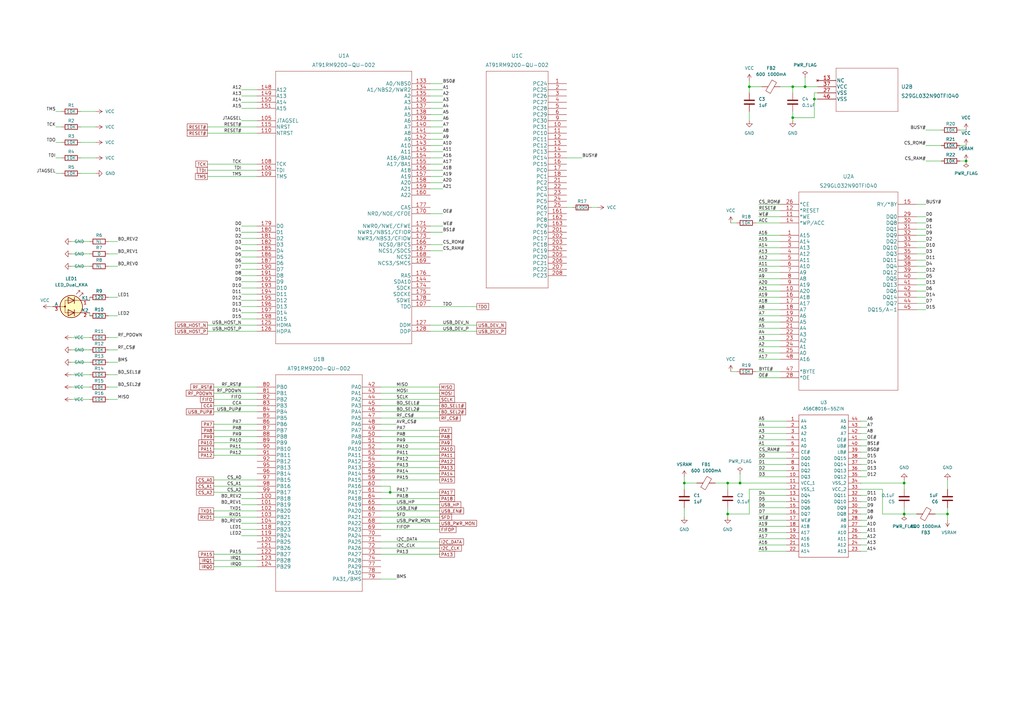
<source format=kicad_sch>
(kicad_sch (version 20211123) (generator eeschema)
  (paper "A3")
  (lib_symbols
    (symbol "AT91RM9200-QU-002:AT91RM9200-QU-002" (pin_names (offset 0.254))
      (property "Reference" "U" (at 35.56 12.7 0))
      (property "Value" "AT91RM9200-QU-002" (at 35.56 10.16 0))
      (symbol "AT91RM9200-QU-002_1_1"
        (pin input line (at 0 -12.7 0) (length 7.62) (name "JTAGSEL") (number "105"))
        (pin input line (at 0 -33.02 0) (length 7.62) (name "TDI") (number "106"))
        (pin output line (at 71.12 -88.9 180) (length 7.62) (name "TDO") (number "107"))
        (pin input line (at 0 -30.48 0) (length 7.62) (name "TCK") (number "108"))
        (pin input line (at 0 -35.56 0) (length 7.62) (name "TMS") (number "109"))
        (pin output line (at 0 -17.78 0) (length 7.62) (name "NTRST") (number "110"))
        (pin passive line (at 0 -15.24 0) (length 7.62) (name "NRST") (number "115"))
        (pin passive line (at 0 -96.52 0) (length 7.62) (name "HDMA") (number "125"))
        (pin passive line (at 0 -99.06 0) (length 7.62) (name "HDPA") (number "126"))
        (pin passive line (at 71.12 -96.52 180) (length 7.62) (name "DDM") (number "127"))
        (pin passive line (at 71.12 -99.06 180) (length 7.62) (name "DDP") (number "128"))
        (pin output line (at 71.12 2.54 180) (length 7.62) (name "A0/NBS0") (number "133"))
        (pin output line (at 71.12 0 180) (length 7.62) (name "A1/NBS2/NWR2") (number "134"))
        (pin output line (at 71.12 -2.54 180) (length 7.62) (name "A2") (number "135"))
        (pin output line (at 71.12 -5.08 180) (length 7.62) (name "A3") (number "136"))
        (pin output line (at 71.12 -7.62 180) (length 7.62) (name "A4") (number "137"))
        (pin output line (at 71.12 -10.16 180) (length 7.62) (name "A5") (number "138"))
        (pin output line (at 71.12 -12.7 180) (length 7.62) (name "A6") (number "139"))
        (pin output line (at 71.12 -15.24 180) (length 7.62) (name "A7") (number "140"))
        (pin output line (at 71.12 -17.78 180) (length 7.62) (name "A8") (number "141"))
        (pin output line (at 71.12 -20.32 180) (length 7.62) (name "A9") (number "142"))
        (pin output line (at 71.12 -22.86 180) (length 7.62) (name "A10") (number "143"))
        (pin output line (at 71.12 -78.74 180) (length 7.62) (name "SDA10") (number "144"))
        (pin output line (at 71.12 -25.4 180) (length 7.62) (name "A11") (number "145"))
        (pin output line (at 0 0 0) (length 7.62) (name "A12") (number "148"))
        (pin output line (at 0 -2.54 0) (length 7.62) (name "A13") (number "149"))
        (pin output line (at 0 -5.08 0) (length 7.62) (name "A14") (number "150"))
        (pin output line (at 0 -7.62 0) (length 7.62) (name "A15") (number "151"))
        (pin output line (at 71.12 -27.94 180) (length 7.62) (name "A16/BA0") (number "154"))
        (pin output line (at 71.12 -30.48 180) (length 7.62) (name "A17/BA1") (number "155"))
        (pin output line (at 71.12 -33.02 180) (length 7.62) (name "A18") (number "156"))
        (pin output line (at 71.12 -35.56 180) (length 7.62) (name "A19") (number "157"))
        (pin output line (at 71.12 -38.1 180) (length 7.62) (name "A20") (number "158"))
        (pin output line (at 71.12 -40.64 180) (length 7.62) (name "A21") (number "159"))
        (pin output line (at 71.12 -43.18 180) (length 7.62) (name "A22") (number "160"))
        (pin output line (at 71.12 -63.5 180) (length 7.62) (name "NCS0/BFCS") (number "166"))
        (pin output line (at 71.12 -66.04 180) (length 7.62) (name "NCS1/SDCS") (number "167"))
        (pin output line (at 71.12 -68.58 180) (length 7.62) (name "NCS2") (number "168"))
        (pin output line (at 71.12 -71.12 180) (length 7.62) (name "NCS3/SMCS") (number "169"))
        (pin output line (at 71.12 -50.8 180) (length 7.62) (name "NRD/NOE/CFOE") (number "170"))
        (pin output line (at 71.12 -55.88 180) (length 7.62) (name "NWR0/NWE/CFWE") (number "171"))
        (pin output line (at 71.12 -58.42 180) (length 7.62) (name "NWR1/NBS1/CFIOR") (number "172"))
        (pin output line (at 71.12 -60.96 180) (length 7.62) (name "NWR3/NBS3/CFIOW") (number "173"))
        (pin output line (at 71.12 -81.28 180) (length 7.62) (name "SDCK") (number "174"))
        (pin output line (at 71.12 -83.82 180) (length 7.62) (name "SDCKE") (number "175"))
        (pin output line (at 71.12 -76.2 180) (length 7.62) (name "RAS") (number "176"))
        (pin output line (at 71.12 -48.26 180) (length 7.62) (name "CAS") (number "177"))
        (pin output line (at 71.12 -86.36 180) (length 7.62) (name "SDWE") (number "178"))
        (pin bidirectional line (at 0 -55.88 0) (length 7.62) (name "D0") (number "179"))
        (pin bidirectional line (at 0 -58.42 0) (length 7.62) (name "D1") (number "180"))
        (pin bidirectional line (at 0 -60.96 0) (length 7.62) (name "D2") (number "181"))
        (pin bidirectional line (at 0 -63.5 0) (length 7.62) (name "D3") (number "182"))
        (pin bidirectional line (at 0 -66.04 0) (length 7.62) (name "D4") (number "185"))
        (pin bidirectional line (at 0 -68.58 0) (length 7.62) (name "D5") (number "186"))
        (pin bidirectional line (at 0 -71.12 0) (length 7.62) (name "D6") (number "187"))
        (pin bidirectional line (at 0 -73.66 0) (length 7.62) (name "D7") (number "190"))
        (pin bidirectional line (at 0 -76.2 0) (length 7.62) (name "D8") (number "191"))
        (pin bidirectional line (at 0 -78.74 0) (length 7.62) (name "D9") (number "192"))
        (pin bidirectional line (at 0 -81.28 0) (length 7.62) (name "D10") (number "193"))
        (pin bidirectional line (at 0 -83.82 0) (length 7.62) (name "D11") (number "194"))
        (pin bidirectional line (at 0 -86.36 0) (length 7.62) (name "D12") (number "195"))
        (pin bidirectional line (at 0 -88.9 0) (length 7.62) (name "D13") (number "196"))
        (pin bidirectional line (at 0 -91.44 0) (length 7.62) (name "D14") (number "197"))
        (pin bidirectional line (at 0 -93.98 0) (length 7.62) (name "D15") (number "198"))
      )
      (symbol "AT91RM9200-QU-002_2_1"
        (pin bidirectional line (at 0 -45.72 0) (length 7.62) (name "PB18") (number "100"))
        (pin bidirectional line (at 0 -48.26 0) (length 7.62) (name "PB19") (number "101"))
        (pin bidirectional line (at 0 -50.8 0) (length 7.62) (name "PB20") (number "102"))
        (pin bidirectional line (at 0 -53.34 0) (length 7.62) (name "PB21") (number "103"))
        (pin bidirectional line (at 0 -55.88 0) (length 7.62) (name "PB22") (number "104"))
        (pin bidirectional line (at 0 -58.42 0) (length 7.62) (name "PB23") (number "118"))
        (pin bidirectional line (at 0 -60.96 0) (length 7.62) (name "PB24") (number "119"))
        (pin bidirectional line (at 0 -63.5 0) (length 7.62) (name "PB25") (number "120"))
        (pin bidirectional line (at 0 -66.04 0) (length 7.62) (name "PB26") (number "121"))
        (pin bidirectional line (at 0 -68.58 0) (length 7.62) (name "PB27") (number "122"))
        (pin bidirectional line (at 0 -71.12 0) (length 7.62) (name "PB28") (number "123"))
        (pin bidirectional line (at 0 -73.66 0) (length 7.62) (name "PB29") (number "124"))
        (pin bidirectional line (at 50.8 0 180) (length 7.62) (name "PA0") (number "42"))
        (pin bidirectional line (at 50.8 -2.54 180) (length 7.62) (name "PA1") (number "43"))
        (pin bidirectional line (at 50.8 -5.08 180) (length 7.62) (name "PA2") (number "44"))
        (pin bidirectional line (at 50.8 -7.62 180) (length 7.62) (name "PA3") (number "45"))
        (pin bidirectional line (at 50.8 -10.16 180) (length 7.62) (name "PA4") (number "46"))
        (pin bidirectional line (at 50.8 -12.7 180) (length 7.62) (name "PA5") (number "47"))
        (pin bidirectional line (at 50.8 -15.24 180) (length 7.62) (name "PA6") (number "48"))
        (pin bidirectional line (at 50.8 -17.78 180) (length 7.62) (name "PA7") (number "49"))
        (pin bidirectional line (at 50.8 -20.32 180) (length 7.62) (name "PA8") (number "50"))
        (pin bidirectional line (at 50.8 -22.86 180) (length 7.62) (name "PA9") (number "51"))
        (pin bidirectional line (at 50.8 -25.4 180) (length 7.62) (name "PA10") (number "52"))
        (pin bidirectional line (at 50.8 -27.94 180) (length 7.62) (name "PA11") (number "53"))
        (pin bidirectional line (at 50.8 -30.48 180) (length 7.62) (name "PA12") (number "54"))
        (pin bidirectional line (at 50.8 -33.02 180) (length 7.62) (name "PA13") (number "55"))
        (pin bidirectional line (at 50.8 -35.56 180) (length 7.62) (name "PA14") (number "58"))
        (pin bidirectional line (at 50.8 -38.1 180) (length 7.62) (name "PA15") (number "59"))
        (pin bidirectional line (at 50.8 -40.64 180) (length 7.62) (name "PA16") (number "60"))
        (pin bidirectional line (at 50.8 -43.18 180) (length 7.62) (name "PA17") (number "61"))
        (pin bidirectional line (at 50.8 -45.72 180) (length 7.62) (name "PA18") (number "64"))
        (pin bidirectional line (at 50.8 -48.26 180) (length 7.62) (name "PA19") (number "65"))
        (pin bidirectional line (at 50.8 -50.8 180) (length 7.62) (name "PA20") (number "66"))
        (pin bidirectional line (at 50.8 -53.34 180) (length 7.62) (name "PA21") (number "67"))
        (pin bidirectional line (at 50.8 -55.88 180) (length 7.62) (name "PA22") (number "68"))
        (pin bidirectional line (at 50.8 -58.42 180) (length 7.62) (name "PA23") (number "69"))
        (pin bidirectional line (at 50.8 -60.96 180) (length 7.62) (name "PA24") (number "70"))
        (pin bidirectional line (at 50.8 -63.5 180) (length 7.62) (name "PA25") (number "71"))
        (pin bidirectional line (at 50.8 -66.04 180) (length 7.62) (name "PA26") (number "72"))
        (pin bidirectional line (at 50.8 -68.58 180) (length 7.62) (name "PA27") (number "73"))
        (pin bidirectional line (at 50.8 -71.12 180) (length 7.62) (name "PA28") (number "74"))
        (pin bidirectional line (at 50.8 -73.66 180) (length 7.62) (name "PA29") (number "77"))
        (pin bidirectional line (at 50.8 -76.2 180) (length 7.62) (name "PA30") (number "78"))
        (pin bidirectional line (at 50.8 -78.74 180) (length 7.62) (name "PA31/BMS") (number "79"))
        (pin bidirectional line (at 0 0 0) (length 7.62) (name "PB0") (number "80"))
        (pin bidirectional line (at 0 -2.54 0) (length 7.62) (name "PB1") (number "81"))
        (pin bidirectional line (at 0 -5.08 0) (length 7.62) (name "PB2") (number "82"))
        (pin bidirectional line (at 0 -7.62 0) (length 7.62) (name "PB3") (number "83"))
        (pin bidirectional line (at 0 -10.16 0) (length 7.62) (name "PB4") (number "84"))
        (pin bidirectional line (at 0 -12.7 0) (length 7.62) (name "PB5") (number "85"))
        (pin bidirectional line (at 0 -15.24 0) (length 7.62) (name "PB6") (number "86"))
        (pin bidirectional line (at 0 -17.78 0) (length 7.62) (name "PB7") (number "87"))
        (pin bidirectional line (at 0 -20.32 0) (length 7.62) (name "PB8") (number "88"))
        (pin bidirectional line (at 0 -22.86 0) (length 7.62) (name "PB9") (number "89"))
        (pin bidirectional line (at 0 -25.4 0) (length 7.62) (name "PB10") (number "90"))
        (pin bidirectional line (at 0 -27.94 0) (length 7.62) (name "PB11") (number "91"))
        (pin bidirectional line (at 0 -30.48 0) (length 7.62) (name "PB12") (number "92"))
        (pin bidirectional line (at 0 -33.02 0) (length 7.62) (name "PB13") (number "95"))
        (pin bidirectional line (at 0 -35.56 0) (length 7.62) (name "PB14") (number "96"))
        (pin bidirectional line (at 0 -38.1 0) (length 7.62) (name "PB15") (number "97"))
        (pin bidirectional line (at 0 -40.64 0) (length 7.62) (name "PB16") (number "98"))
        (pin bidirectional line (at 0 -43.18 0) (length 7.62) (name "PB17") (number "99"))
      )
      (symbol "AT91RM9200-QU-002_3_1"
        (pin bidirectional line (at 0 0 180) (length 7.62) (name "PC24") (number "1"))
        (pin bidirectional line (at 0 -17.78 180) (length 7.62) (name "PC31") (number "10"))
        (pin bidirectional line (at 0 -20.32 180) (length 7.62) (name "PC10") (number "11"))
        (pin bidirectional line (at 0 -22.86 180) (length 7.62) (name "PC11") (number "12"))
        (pin bidirectional line (at 0 -25.4 180) (length 7.62) (name "PC12") (number "13"))
        (pin bidirectional line (at 0 -27.94 180) (length 7.62) (name "PC13") (number "14"))
        (pin bidirectional line (at 0 -30.48 180) (length 7.62) (name "PC14") (number "15"))
        (pin bidirectional line (at 0 -33.02 180) (length 7.62) (name "PC15") (number "16"))
        (pin bidirectional line (at 0 -53.34 180) (length 7.62) (name "PC7") (number "161"))
        (pin bidirectional line (at 0 -55.88 180) (length 7.62) (name "PC8") (number "162"))
        (pin bidirectional line (at 0 -58.42 180) (length 7.62) (name "PC9") (number "163"))
        (pin bidirectional line (at 0 -35.56 180) (length 7.62) (name "PC0") (number "17"))
        (pin bidirectional line (at 0 -38.1 180) (length 7.62) (name "PC1") (number "18"))
        (pin bidirectional line (at 0 -2.54 180) (length 7.62) (name "PC25") (number "2"))
        (pin bidirectional line (at 0 -60.96 180) (length 7.62) (name "PC16") (number "201"))
        (pin bidirectional line (at 0 -63.5 180) (length 7.62) (name "PC17") (number "202"))
        (pin bidirectional line (at 0 -66.04 180) (length 7.62) (name "PC18") (number "203"))
        (pin bidirectional line (at 0 -68.58 180) (length 7.62) (name "PC19") (number "204"))
        (pin bidirectional line (at 0 -71.12 180) (length 7.62) (name "PC20") (number "205"))
        (pin bidirectional line (at 0 -73.66 180) (length 7.62) (name "PC21") (number "206"))
        (pin bidirectional line (at 0 -76.2 180) (length 7.62) (name "PC22") (number "207"))
        (pin bidirectional line (at 0 -78.74 180) (length 7.62) (name "PC23") (number "208"))
        (pin bidirectional line (at 0 -40.64 180) (length 7.62) (name "PC2") (number "21"))
        (pin bidirectional line (at 0 -43.18 180) (length 7.62) (name "PC3") (number "22"))
        (pin bidirectional line (at 0 -45.72 180) (length 7.62) (name "PC4") (number "23"))
        (pin bidirectional line (at 0 -48.26 180) (length 7.62) (name "PC5") (number "24"))
        (pin bidirectional line (at 0 -50.8 180) (length 7.62) (name "PC6") (number "25"))
        (pin bidirectional line (at 0 -5.08 180) (length 7.62) (name "PC26") (number "3"))
        (pin bidirectional line (at 0 -7.62 180) (length 7.62) (name "PC27") (number "4"))
        (pin bidirectional line (at 0 -10.16 180) (length 7.62) (name "PC28") (number "5"))
        (pin bidirectional line (at 0 -12.7 180) (length 7.62) (name "PC29") (number "6"))
        (pin bidirectional line (at 0 -15.24 180) (length 7.62) (name "PC30") (number "9"))
      )
      (symbol "AT91RM9200-QU-002_4_1"
        (pin power_in line (at 0 -43.18 0) (length 7.62) (name "VDDIOP") (number "111"))
        (pin power_in line (at 40.64 -68.58 180) (length 7.62) (name "GND") (number "112"))
        (pin input line (at 40.64 -22.86 180) (length 7.62) (name "TST0") (number "113"))
        (pin input line (at 40.64 -33.02 180) (length 7.62) (name "TST1") (number "114"))
        (pin power_in line (at 0 -22.86 0) (length 7.62) (name "VDDCORE") (number "116"))
        (pin power_in line (at 40.64 -71.12 180) (length 7.62) (name "GND") (number "117"))
        (pin power_in line (at 0 -45.72 0) (length 7.62) (name "VDDIOP") (number "129"))
        (pin power_in line (at 40.64 -73.66 180) (length 7.62) (name "GND") (number "130"))
        (pin power_in line (at 0 -53.34 0) (length 7.62) (name "VDDIOM") (number "131"))
        (pin power_in line (at 40.64 -76.2 180) (length 7.62) (name "GND") (number "132"))
        (pin power_in line (at 0 -55.88 0) (length 7.62) (name "VDDIOM") (number "146"))
        (pin power_in line (at 40.64 -78.74 180) (length 7.62) (name "GND") (number "147"))
        (pin power_in line (at 0 -25.4 0) (length 7.62) (name "VDDCORE") (number "152"))
        (pin power_in line (at 40.64 -81.28 180) (length 7.62) (name "GND") (number "153"))
        (pin power_in line (at 0 -58.42 0) (length 7.62) (name "VDDIOM") (number "164"))
        (pin power_in line (at 40.64 -83.82 180) (length 7.62) (name "GND") (number "165"))
        (pin power_in line (at 0 -60.96 0) (length 7.62) (name "VDDIOM") (number "183"))
        (pin power_in line (at 40.64 -86.36 180) (length 7.62) (name "GND") (number "184"))
        (pin power_in line (at 0 -27.94 0) (length 7.62) (name "VDDCORE") (number "188"))
        (pin power_in line (at 40.64 -88.9 180) (length 7.62) (name "GND") (number "189"))
        (pin power_in line (at 0 -17.78 0) (length 7.62) (name "VDDCORE") (number "19"))
        (pin power_in line (at 0 -63.5 0) (length 7.62) (name "VDDIOM") (number "199"))
        (pin power_in line (at 40.64 -45.72 180) (length 7.62) (name "GND") (number "20"))
        (pin power_in line (at 40.64 -91.44 180) (length 7.62) (name "GND") (number "200"))
        (pin power_in line (at 0 -50.8 0) (length 7.62) (name "VDDIOM") (number "26"))
        (pin power_in line (at 40.64 -48.26 180) (length 7.62) (name "GND") (number "27"))
        (pin power_in line (at 0 -83.82 0) (length 7.62) (name "VDDPLL") (number "28"))
        (pin input line (at 40.64 -2.54 180) (length 7.62) (name "PLLRCA") (number "29"))
        (pin power_in line (at 40.64 -50.8 180) (length 7.62) (name "GNDPLL") (number "30"))
        (pin passive line (at 0 -5.08 0) (length 7.62) (name "XOUT") (number "31"))
        (pin passive line (at 0 -2.54 0) (length 7.62) (name "XIN") (number "32"))
        (pin power_in line (at 0 -73.66 0) (length 7.62) (name "VDDOSC") (number "33"))
        (pin power_in line (at 40.64 -93.98 180) (length 7.62) (name "GNDOSC") (number "34"))
        (pin passive line (at 0 -12.7 0) (length 7.62) (name "XOUT32") (number "35"))
        (pin passive line (at 0 -10.16 0) (length 7.62) (name "XIN32") (number "36"))
        (pin power_in line (at 0 -93.98 0) (length 7.62) (name "VDDPLL") (number "37"))
        (pin input line (at 40.64 -12.7 180) (length 7.62) (name "PLLRCB") (number "38"))
        (pin power_in line (at 40.64 -53.34 180) (length 7.62) (name "GNDPLL") (number "39"))
        (pin power_in line (at 0 -33.02 0) (length 7.62) (name "VDDIOP") (number "40"))
        (pin power_in line (at 40.64 -55.88 180) (length 7.62) (name "GND") (number "41"))
        (pin power_in line (at 0 -35.56 0) (length 7.62) (name "VDDIOP") (number "56"))
        (pin power_in line (at 40.64 -58.42 180) (length 7.62) (name "GND") (number "57"))
        (pin power_in line (at 0 -20.32 0) (length 7.62) (name "VDDCORE") (number "62"))
        (pin power_in line (at 40.64 -60.96 180) (length 7.62) (name "GND") (number "63"))
        (pin power_in line (at 0 -48.26 0) (length 7.62) (name "VDDIOM") (number "7"))
        (pin power_in line (at 0 -38.1 0) (length 7.62) (name "VDDIOP") (number "75"))
        (pin power_in line (at 40.64 -63.5 180) (length 7.62) (name "GND") (number "76"))
        (pin power_in line (at 40.64 -43.18 180) (length 7.62) (name "GND") (number "8"))
        (pin power_in line (at 0 -40.64 0) (length 7.62) (name "VDDIOP") (number "93"))
        (pin power_in line (at 40.64 -66.04 180) (length 7.62) (name "GND") (number "94"))
      )
    )
    (symbol "Device:C" (pin_numbers hide) (pin_names (offset 0.254))
      (property "Reference" "C" (at 0.635 2.54 0))
      (property "Value" "C" (at 0.635 -2.54 0))
      (symbol "C_1_1"
        (pin passive line (at 0 3.81 270) (length 2.794) (name "~") (number "1"))
        (pin passive line (at 0 -3.81 90) (length 2.794) (name "~") (number "2"))
      )
    )
    (symbol "Device:FerriteBead" (pin_numbers hide) (pin_names (offset 0))
      (property "Reference" "FB" (at -3.81 0.635 90))
      (property "Value" "FerriteBead" (at 3.81 0 90))
      (symbol "FerriteBead_1_1"
        (pin passive line (at 0 3.81 270) (length 2.54) (name "~") (number "1"))
        (pin passive line (at 0 -3.81 90) (length 2.54) (name "~") (number "2"))
      )
    )
    (symbol "Device:LED_Dual_KKA" (pin_names (offset 0))
      (property "Reference" "D" (at 0 5.715 0))
      (property "Value" "LED_Dual_KKA" (at 0 -6.35 0))
      (symbol "LED_Dual_KKA_1_1"
        (pin input line (at 7.62 2.54 180) (length 3.81) (name "K1") (number "1"))
        (pin input line (at 7.62 -2.54 180) (length 3.81) (name "K2") (number "2"))
        (pin input line (at -7.62 0 0) (length 3.048) (name "A") (number "3"))
      )
    )
    (symbol "Device:R" (pin_numbers hide) (pin_names (offset 0))
      (property "Reference" "R" (at 2.032 0 90))
      (property "Value" "R" (at 0 0 90))
      (symbol "R_1_1"
        (pin passive line (at 0 3.81 270) (length 1.27) (name "~") (number "1"))
        (pin passive line (at 0 -3.81 90) (length 1.27) (name "~") (number "2"))
      )
    )
    (symbol "S29GL032N90TFI040:S29GL032N90TFI040" (pin_names (offset 0.254))
      (property "Reference" "U" (at 27.94 10.16 0))
      (property "Value" "S29GL032N90TFI040" (at 27.94 7.62 0))
      (symbol "S29GL032N90TFI040_1_1"
        (pin input line (at 0 -12.7 0) (length 7.62) (name "A15") (number "1"))
        (pin input line (at 0 -35.56 0) (length 7.62) (name "A20") (number "10"))
        (pin input line (at 0 -5.08 0) (length 7.62) (name "*WE") (number "11"))
        (pin input line (at 0 -2.54 0) (length 7.62) (name "*RESET") (number "12"))
        (pin input line (at 0 -7.62 0) (length 7.62) (name "*WP/ACC") (number "14"))
        (pin output line (at 55.88 0 180) (length 7.62) (name "RY/*BY") (number "15"))
        (pin input line (at 0 -38.1 0) (length 7.62) (name "A18") (number "16"))
        (pin input line (at 0 -40.64 0) (length 7.62) (name "A17") (number "17"))
        (pin input line (at 0 -43.18 0) (length 7.62) (name "A7") (number "18"))
        (pin input line (at 0 -45.72 0) (length 7.62) (name "A6") (number "19"))
        (pin input line (at 0 -15.24 0) (length 7.62) (name "A14") (number "2"))
        (pin input line (at 0 -48.26 0) (length 7.62) (name "A5") (number "20"))
        (pin input line (at 0 -50.8 0) (length 7.62) (name "A4") (number "21"))
        (pin input line (at 0 -53.34 0) (length 7.62) (name "A3") (number "22"))
        (pin input line (at 0 -55.88 0) (length 7.62) (name "A2") (number "23"))
        (pin input line (at 0 -58.42 0) (length 7.62) (name "A1") (number "24"))
        (pin input line (at 0 -60.96 0) (length 7.62) (name "A0") (number "25"))
        (pin input line (at 0 0 0) (length 7.62) (name "*CE") (number "26"))
        (pin input line (at 0 -71.12 0) (length 7.62) (name "*OE") (number "28"))
        (pin bidirectional line (at 55.88 -5.08 180) (length 7.62) (name "DQ0") (number "29"))
        (pin input line (at 0 -17.78 0) (length 7.62) (name "A13") (number "3"))
        (pin bidirectional line (at 55.88 -7.62 180) (length 7.62) (name "DQ8") (number "30"))
        (pin bidirectional line (at 55.88 -10.16 180) (length 7.62) (name "DQ1") (number "31"))
        (pin bidirectional line (at 55.88 -12.7 180) (length 7.62) (name "DQ9") (number "32"))
        (pin bidirectional line (at 55.88 -15.24 180) (length 7.62) (name "DQ2") (number "33"))
        (pin bidirectional line (at 55.88 -17.78 180) (length 7.62) (name "DQ10") (number "34"))
        (pin bidirectional line (at 55.88 -20.32 180) (length 7.62) (name "DQ3") (number "35"))
        (pin bidirectional line (at 55.88 -22.86 180) (length 7.62) (name "DQ11") (number "36"))
        (pin bidirectional line (at 55.88 -25.4 180) (length 7.62) (name "DQ4") (number "38"))
        (pin bidirectional line (at 55.88 -27.94 180) (length 7.62) (name "DQ12") (number "39"))
        (pin input line (at 0 -20.32 0) (length 7.62) (name "A12") (number "4"))
        (pin bidirectional line (at 55.88 -30.48 180) (length 7.62) (name "DQ5") (number "40"))
        (pin bidirectional line (at 55.88 -33.02 180) (length 7.62) (name "DQ13") (number "41"))
        (pin bidirectional line (at 55.88 -35.56 180) (length 7.62) (name "DQ6") (number "42"))
        (pin bidirectional line (at 55.88 -38.1 180) (length 7.62) (name "DQ14") (number "43"))
        (pin bidirectional line (at 55.88 -40.64 180) (length 7.62) (name "DQ7") (number "44"))
        (pin bidirectional line (at 55.88 -43.18 180) (length 7.62) (name "DQ15/A-1") (number "45"))
        (pin input line (at 0 -68.58 0) (length 7.62) (name "*BYTE") (number "47"))
        (pin input line (at 0 -63.5 0) (length 7.62) (name "A16") (number "48"))
        (pin input line (at 0 -22.86 0) (length 7.62) (name "A11") (number "5"))
        (pin input line (at 0 -25.4 0) (length 7.62) (name "A10") (number "6"))
        (pin input line (at 0 -27.94 0) (length 7.62) (name "A9") (number "7"))
        (pin input line (at 0 -30.48 0) (length 7.62) (name "A8") (number "8"))
        (pin input line (at 0 -33.02 0) (length 7.62) (name "A19") (number "9"))
      )
      (symbol "S29GL032N90TFI040_2_1"
        (pin no_connect line (at 0 0 0) (length 7.62) (name "NC") (number "13"))
        (pin power_in line (at 0 -5.08 0) (length 7.62) (name "VSS") (number "27"))
        (pin power_in line (at 0 -2.54 0) (length 7.62) (name "VCC") (number "37"))
        (pin power_in line (at 0 -7.62 0) (length 7.62) (name "VSS") (number "46"))
      )
    )
    (symbol "SamacSys_Parts:AS6C8016-55ZIN" (pin_names (offset 0.762))
      (property "Reference" "IC" (at 26.67 7.62 0))
      (property "Value" "AS6C8016-55ZIN" (at 26.67 5.08 0))
      (symbol "AS6C8016-55ZIN_0_0"
        (pin input line (at 0 0 0) (length 5.08) (name "A4") (number "1"))
        (pin bidirectional line (at 0 -22.86 0) (length 5.08) (name "DQ3") (number "10"))
        (pin power_in line (at 0 -25.4 0) (length 5.08) (name "VCC_1") (number "11"))
        (pin power_in line (at 0 -27.94 0) (length 5.08) (name "VSS_1") (number "12"))
        (pin bidirectional line (at 0 -30.48 0) (length 5.08) (name "DQ4") (number "13"))
        (pin bidirectional line (at 0 -33.02 0) (length 5.08) (name "DQ5") (number "14"))
        (pin bidirectional line (at 0 -35.56 0) (length 5.08) (name "DQ6") (number "15"))
        (pin bidirectional line (at 0 -38.1 0) (length 5.08) (name "DQ7") (number "16"))
        (pin input line (at 0 -40.64 0) (length 5.08) (name "WE#") (number "17"))
        (pin input line (at 0 -43.18 0) (length 5.08) (name "A18") (number "18"))
        (pin input line (at 0 -45.72 0) (length 5.08) (name "A17") (number "19"))
        (pin input line (at 0 -2.54 0) (length 5.08) (name "A3") (number "2"))
        (pin input line (at 0 -48.26 0) (length 5.08) (name "A16") (number "20"))
        (pin input line (at 0 -50.8 0) (length 5.08) (name "A15") (number "21"))
        (pin input line (at 0 -53.34 0) (length 5.08) (name "A14") (number "22"))
        (pin input line (at 30.48 -53.34 180) (length 5.08) (name "A13") (number "23"))
        (pin input line (at 30.48 -50.8 180) (length 5.08) (name "A12") (number "24"))
        (pin input line (at 30.48 -48.26 180) (length 5.08) (name "A11") (number "25"))
        (pin input line (at 30.48 -45.72 180) (length 5.08) (name "A10") (number "26"))
        (pin input line (at 30.48 -43.18 180) (length 5.08) (name "A9") (number "27"))
        (pin input line (at 30.48 -40.64 180) (length 5.08) (name "A8") (number "28"))
        (pin bidirectional line (at 30.48 -38.1 180) (length 5.08) (name "DQ8") (number "29"))
        (pin input line (at 0 -5.08 0) (length 5.08) (name "A2") (number "3"))
        (pin bidirectional line (at 30.48 -35.56 180) (length 5.08) (name "DQ9") (number "30"))
        (pin bidirectional line (at 30.48 -33.02 180) (length 5.08) (name "DQ10") (number "31"))
        (pin bidirectional line (at 30.48 -30.48 180) (length 5.08) (name "DQ11") (number "32"))
        (pin power_in line (at 30.48 -27.94 180) (length 5.08) (name "VCC_2") (number "33"))
        (pin power_in line (at 30.48 -25.4 180) (length 5.08) (name "VSS_2") (number "34"))
        (pin bidirectional line (at 30.48 -22.86 180) (length 5.08) (name "DQ12") (number "35"))
        (pin bidirectional line (at 30.48 -20.32 180) (length 5.08) (name "DQ13") (number "36"))
        (pin bidirectional line (at 30.48 -17.78 180) (length 5.08) (name "DQ14") (number "37"))
        (pin bidirectional line (at 30.48 -15.24 180) (length 5.08) (name "DQ15") (number "38"))
        (pin input line (at 30.48 -12.7 180) (length 5.08) (name "LB#") (number "39"))
        (pin input line (at 0 -7.62 0) (length 5.08) (name "A1") (number "4"))
        (pin input line (at 30.48 -10.16 180) (length 5.08) (name "UB#") (number "40"))
        (pin input line (at 30.48 -7.62 180) (length 5.08) (name "OE#") (number "41"))
        (pin input line (at 30.48 -5.08 180) (length 5.08) (name "A7") (number "42"))
        (pin input line (at 30.48 -2.54 180) (length 5.08) (name "A6") (number "43"))
        (pin input line (at 30.48 0 180) (length 5.08) (name "A5") (number "44"))
        (pin input line (at 0 -10.16 0) (length 5.08) (name "A0") (number "5"))
        (pin input line (at 0 -12.7 0) (length 5.08) (name "CE#") (number "6"))
        (pin bidirectional line (at 0 -15.24 0) (length 5.08) (name "DQ0") (number "7"))
        (pin bidirectional line (at 0 -17.78 0) (length 5.08) (name "DQ1") (number "8"))
        (pin bidirectional line (at 0 -20.32 0) (length 5.08) (name "DQ2") (number "9"))
      )
    )
    (symbol "espot:VSRAM" (power) (pin_names (offset 0))
      (property "Value" "VSRAM" (at 0 3.81 0))
      (symbol "VSRAM_1_1"
        (pin power_in line (at 0 0 90) (length 0) hide (name "VSRAM") (number "1"))
      )
    )
    (symbol "power:GND" (power) (pin_names (offset 0))
      (property "Value" "GND" (at 0 -3.81 0))
      (symbol "GND_1_1"
        (pin power_in line (at 0 0 270) (length 0) hide (name "GND") (number "1"))
      )
    )
    (symbol "power:PWR_FLAG" (power) (pin_numbers hide) (pin_names (offset 0) hide)
      (property "Value" "PWR_FLAG" (at 0 3.81 0))
      (symbol "PWR_FLAG_0_0"
        (pin power_out line (at 0 0 90) (length 0) (name "pwr") (number "1"))
      )
    )
    (symbol "power:VCC" (power) (pin_names (offset 0))
      (property "Value" "VCC" (at 0 3.81 0))
      (symbol "VCC_1_1"
        (pin power_in line (at 0 0 90) (length 0) hide (name "VCC") (number "1"))
      )
    )
  )
  (junction (at 298.45 198.12))
  (junction (at 307.34 35.56))
  (junction (at 396.24 66.04))
  (junction (at 298.45 210.82))
  (junction (at 280.67 198.12))
  (junction (at 160.02 201.93))
  (junction (at 388.62 210.82))
  (junction (at 330.2 35.56))
  (junction (at 334.01 40.64))
  (junction (at 325.12 35.56))
  (junction (at 325.12 48.26))
  (junction (at 303.53 198.12))
  (junction (at 370.84 210.82))
  (junction (at 370.84 198.12))
  (wire (pts (xy 375.92 116.84) (xy 379.73 116.84)))
  (wire (pts (xy 311.15 142.24) (xy 320.04 142.24)))
  (wire (pts (xy 311.15 215.9) (xy 322.58 215.9)))
  (wire (pts (xy 156.21 204.47) (xy 180.34 204.47)))
  (wire (pts (xy 99.06 219.71) (xy 105.41 219.71)))
  (wire (pts (xy 311.15 121.92) (xy 320.04 121.92)))
  (wire (pts (xy 87.63 179.07) (xy 105.41 179.07)))
  (wire (pts (xy 303.53 198.12) (xy 322.58 198.12)))
  (wire (pts (xy 156.21 212.09) (xy 180.34 212.09)))
  (wire (pts (xy 29.21 153.67) (xy 36.83 153.67)))
  (wire (pts (xy 176.53 57.15) (xy 181.61 57.15)))
  (wire (pts (xy 311.15 137.16) (xy 320.04 137.16)))
  (wire (pts (xy 370.84 196.85) (xy 370.84 198.12)))
  (wire (pts (xy 33.02 71.12) (xy 39.37 71.12)))
  (wire (pts (xy 353.06 218.44) (xy 355.6 218.44)))
  (wire (pts (xy 375.92 111.76) (xy 379.73 111.76)))
  (wire (pts (xy 99.06 107.95) (xy 105.41 107.95)))
  (wire (pts (xy 353.06 182.88) (xy 355.6 182.88)))
  (wire (pts (xy 311.15 134.62) (xy 320.04 134.62)))
  (wire (pts (xy 176.53 74.93) (xy 181.61 74.93)))
  (wire (pts (xy 311.15 144.78) (xy 320.04 144.78)))
  (wire (pts (xy 232.41 85.09) (xy 234.95 85.09)))
  (wire (pts (xy 280.67 208.28) (xy 280.67 212.09)))
  (wire (pts (xy 307.34 200.66) (xy 307.34 210.82)))
  (wire (pts (xy 311.15 208.28) (xy 322.58 208.28)))
  (wire (pts (xy 298.45 210.82) (xy 298.45 212.09)))
  (wire (pts (xy 99.06 44.45) (xy 105.41 44.45)))
  (wire (pts (xy 176.53 67.31) (xy 181.61 67.31)))
  (wire (pts (xy 156.21 184.15) (xy 180.34 184.15)))
  (wire (pts (xy 99.06 217.17) (xy 105.41 217.17)))
  (wire (pts (xy 311.15 139.7) (xy 320.04 139.7)))
  (wire (pts (xy 99.06 115.57) (xy 105.41 115.57)))
  (wire (pts (xy 311.15 129.54) (xy 320.04 129.54)))
  (wire (pts (xy 87.63 209.55) (xy 105.41 209.55)))
  (wire (pts (xy 353.06 203.2) (xy 355.6 203.2)))
  (wire (pts (xy 307.34 35.56) (xy 307.34 38.1)))
  (wire (pts (xy 353.06 210.82) (xy 355.6 210.82)))
  (wire (pts (xy 322.58 200.66) (xy 307.34 200.66)))
  (wire (pts (xy 311.15 210.82) (xy 322.58 210.82)))
  (wire (pts (xy 311.15 132.08) (xy 320.04 132.08)))
  (wire (pts (xy 353.06 213.36) (xy 355.6 213.36)))
  (wire (pts (xy 311.15 101.6) (xy 320.04 101.6)))
  (wire (pts (xy 325.12 35.56) (xy 325.12 38.1)))
  (wire (pts (xy 353.06 187.96) (xy 355.6 187.96)))
  (wire (pts (xy 379.73 66.04) (xy 386.08 66.04)))
  (wire (pts (xy 156.21 191.77) (xy 180.34 191.77)))
  (wire (pts (xy 29.21 138.43) (xy 36.83 138.43)))
  (wire (pts (xy 311.15 223.52) (xy 322.58 223.52)))
  (wire (pts (xy 307.34 45.72) (xy 307.34 49.53)))
  (wire (pts (xy 353.06 193.04) (xy 355.6 193.04)))
  (wire (pts (xy 87.63 201.93) (xy 105.41 201.93)))
  (wire (pts (xy 388.62 210.82) (xy 383.54 210.82)))
  (wire (pts (xy 99.06 118.11) (xy 105.41 118.11)))
  (wire (pts (xy 232.41 64.77) (xy 238.76 64.77)))
  (wire (pts (xy 311.15 127) (xy 320.04 127)))
  (wire (pts (xy 375.92 210.82) (xy 370.84 210.82)))
  (wire (pts (xy 311.15 109.22) (xy 320.04 109.22)))
  (wire (pts (xy 99.06 92.71) (xy 105.41 92.71)))
  (wire (pts (xy 353.06 195.58) (xy 355.6 195.58)))
  (wire (pts (xy 87.63 173.99) (xy 105.41 173.99)))
  (wire (pts (xy 44.45 153.67) (xy 48.26 153.67)))
  (wire (pts (xy 156.21 199.39) (xy 160.02 199.39)))
  (wire (pts (xy 156.21 173.99) (xy 162.56 173.99)))
  (wire (pts (xy 396.24 66.04) (xy 393.7 66.04)))
  (wire (pts (xy 311.15 185.42) (xy 322.58 185.42)))
  (wire (pts (xy 311.15 99.06) (xy 320.04 99.06)))
  (wire (pts (xy 156.21 168.91) (xy 180.34 168.91)))
  (wire (pts (xy 99.06 125.73) (xy 105.41 125.73)))
  (wire (pts (xy 375.92 114.3) (xy 379.73 114.3)))
  (wire (pts (xy 99.06 39.37) (xy 105.41 39.37)))
  (wire (pts (xy 85.09 69.85) (xy 105.41 69.85)))
  (wire (pts (xy 325.12 45.72) (xy 325.12 48.26)))
  (wire (pts (xy 29.21 158.75) (xy 36.83 158.75)))
  (wire (pts (xy 375.92 83.82) (xy 379.73 83.82)))
  (wire (pts (xy 99.06 214.63) (xy 105.41 214.63)))
  (wire (pts (xy 156.21 163.83) (xy 180.34 163.83)))
  (wire (pts (xy 311.15 88.9) (xy 320.04 88.9)))
  (wire (pts (xy 335.28 38.1) (xy 334.01 38.1)))
  (wire (pts (xy 87.63 161.29) (xy 105.41 161.29)))
  (wire (pts (xy 311.15 187.96) (xy 322.58 187.96)))
  (wire (pts (xy 156.21 158.75) (xy 180.34 158.75)))
  (wire (pts (xy 85.09 52.07) (xy 105.41 52.07)))
  (wire (pts (xy 388.62 210.82) (xy 388.62 208.28)))
  (wire (pts (xy 22.86 58.42) (xy 25.4 58.42)))
  (wire (pts (xy 375.92 91.44) (xy 379.73 91.44)))
  (wire (pts (xy 29.21 148.59) (xy 36.83 148.59)))
  (wire (pts (xy 311.15 213.36) (xy 322.58 213.36)))
  (wire (pts (xy 311.15 154.94) (xy 320.04 154.94)))
  (wire (pts (xy 160.02 201.93) (xy 180.34 201.93)))
  (wire (pts (xy 320.04 35.56) (xy 325.12 35.56)))
  (wire (pts (xy 311.15 203.2) (xy 322.58 203.2)))
  (wire (pts (xy 361.95 200.66) (xy 361.95 210.82)))
  (wire (pts (xy 311.15 180.34) (xy 322.58 180.34)))
  (wire (pts (xy 375.92 119.38) (xy 379.73 119.38)))
  (wire (pts (xy 334.01 38.1) (xy 334.01 40.64)))
  (wire (pts (xy 33.02 52.07) (xy 39.37 52.07)))
  (wire (pts (xy 99.06 100.33) (xy 105.41 100.33)))
  (wire (pts (xy 87.63 212.09) (xy 105.41 212.09)))
  (wire (pts (xy 99.06 36.83) (xy 105.41 36.83)))
  (wire (pts (xy 156.21 224.79) (xy 180.34 224.79)))
  (wire (pts (xy 156.21 166.37) (xy 180.34 166.37)))
  (wire (pts (xy 311.15 220.98) (xy 322.58 220.98)))
  (wire (pts (xy 156.21 227.33) (xy 180.34 227.33)))
  (wire (pts (xy 33.02 58.42) (xy 39.37 58.42)))
  (wire (pts (xy 176.53 49.53) (xy 181.61 49.53)))
  (wire (pts (xy 99.06 105.41) (xy 105.41 105.41)))
  (wire (pts (xy 375.92 121.92) (xy 379.73 121.92)))
  (wire (pts (xy 44.45 163.83) (xy 48.26 163.83)))
  (wire (pts (xy 29.21 143.51) (xy 36.83 143.51)))
  (wire (pts (xy 156.21 214.63) (xy 180.34 214.63)))
  (wire (pts (xy 176.53 52.07) (xy 181.61 52.07)))
  (wire (pts (xy 87.63 184.15) (xy 105.41 184.15)))
  (wire (pts (xy 309.88 91.44) (xy 320.04 91.44)))
  (wire (pts (xy 280.67 195.58) (xy 280.67 198.12)))
  (wire (pts (xy 330.2 35.56) (xy 335.28 35.56)))
  (wire (pts (xy 353.06 177.8) (xy 355.6 177.8)))
  (wire (pts (xy 156.21 237.49) (xy 162.56 237.49)))
  (wire (pts (xy 311.15 190.5) (xy 322.58 190.5)))
  (wire (pts (xy 334.01 40.64) (xy 335.28 40.64)))
  (wire (pts (xy 176.53 44.45) (xy 181.61 44.45)))
  (wire (pts (xy 156.21 201.93) (xy 160.02 201.93)))
  (wire (pts (xy 176.53 87.63) (xy 181.61 87.63)))
  (wire (pts (xy 176.53 46.99) (xy 181.61 46.99)))
  (wire (pts (xy 99.06 97.79) (xy 105.41 97.79)))
  (wire (pts (xy 44.45 148.59) (xy 48.26 148.59)))
  (wire (pts (xy 36.83 121.92) (xy 36.83 123.19)))
  (wire (pts (xy 44.45 109.22) (xy 48.26 109.22)))
  (wire (pts (xy 176.53 92.71) (xy 181.61 92.71)))
  (wire (pts (xy 29.21 99.06) (xy 36.83 99.06)))
  (wire (pts (xy 176.53 36.83) (xy 181.61 36.83)))
  (wire (pts (xy 176.53 135.89) (xy 195.58 135.89)))
  (wire (pts (xy 99.06 95.25) (xy 105.41 95.25)))
  (wire (pts (xy 379.73 53.34) (xy 386.08 53.34)))
  (wire (pts (xy 242.57 85.09) (xy 245.11 85.09)))
  (wire (pts (xy 375.92 106.68) (xy 379.73 106.68)))
  (wire (pts (xy 176.53 39.37) (xy 181.61 39.37)))
  (wire (pts (xy 176.53 125.73) (xy 195.58 125.73)))
  (wire (pts (xy 299.72 91.44) (xy 302.26 91.44)))
  (wire (pts (xy 87.63 199.39) (xy 105.41 199.39)))
  (wire (pts (xy 156.21 179.07) (xy 180.34 179.07)))
  (wire (pts (xy 22.86 64.77) (xy 25.4 64.77)))
  (wire (pts (xy 156.21 171.45) (xy 180.34 171.45)))
  (wire (pts (xy 353.06 185.42) (xy 355.6 185.42)))
  (wire (pts (xy 87.63 186.69) (xy 105.41 186.69)))
  (wire (pts (xy 353.06 172.72) (xy 355.6 172.72)))
  (wire (pts (xy 311.15 86.36) (xy 320.04 86.36)))
  (wire (pts (xy 370.84 198.12) (xy 370.84 200.66)))
  (wire (pts (xy 334.01 40.64) (xy 334.01 48.26)))
  (wire (pts (xy 99.06 113.03) (xy 105.41 113.03)))
  (wire (pts (xy 176.53 62.23) (xy 181.61 62.23)))
  (wire (pts (xy 99.06 128.27) (xy 105.41 128.27)))
  (wire (pts (xy 311.15 218.44) (xy 322.58 218.44)))
  (wire (pts (xy 298.45 210.82) (xy 307.34 210.82)))
  (wire (pts (xy 311.15 124.46) (xy 320.04 124.46)))
  (wire (pts (xy 44.45 104.14) (xy 48.26 104.14)))
  (wire (pts (xy 160.02 199.39) (xy 160.02 201.93)))
  (wire (pts (xy 22.86 71.12) (xy 25.4 71.12)))
  (wire (pts (xy 311.15 119.38) (xy 320.04 119.38)))
  (wire (pts (xy 311.15 111.76) (xy 320.04 111.76)))
  (wire (pts (xy 85.09 133.35) (xy 105.41 133.35)))
  (wire (pts (xy 311.15 182.88) (xy 322.58 182.88)))
  (wire (pts (xy 280.67 198.12) (xy 285.75 198.12)))
  (wire (pts (xy 156.21 222.25) (xy 180.34 222.25)))
  (wire (pts (xy 36.83 128.27) (xy 36.83 129.54)))
  (wire (pts (xy 87.63 232.41) (xy 105.41 232.41)))
  (wire (pts (xy 311.15 226.06) (xy 322.58 226.06)))
  (wire (pts (xy 311.15 177.8) (xy 322.58 177.8)))
  (wire (pts (xy 156.21 207.01) (xy 180.34 207.01)))
  (wire (pts (xy 176.53 69.85) (xy 181.61 69.85)))
  (wire (pts (xy 87.63 181.61) (xy 105.41 181.61)))
  (wire (pts (xy 33.02 64.77) (xy 39.37 64.77)))
  (wire (pts (xy 156.21 181.61) (xy 180.34 181.61)))
  (wire (pts (xy 99.06 102.87) (xy 105.41 102.87)))
  (wire (pts (xy 375.92 104.14) (xy 379.73 104.14)))
  (wire (pts (xy 44.45 99.06) (xy 48.26 99.06)))
  (wire (pts (xy 311.15 172.72) (xy 322.58 172.72)))
  (wire (pts (xy 375.92 88.9) (xy 379.73 88.9)))
  (wire (pts (xy 311.15 175.26) (xy 322.58 175.26)))
  (wire (pts (xy 375.92 93.98) (xy 379.73 93.98)))
  (wire (pts (xy 353.06 190.5) (xy 355.6 190.5)))
  (wire (pts (xy 99.06 207.01) (xy 105.41 207.01)))
  (wire (pts (xy 20.32 125.73) (xy 21.59 125.73)))
  (wire (pts (xy 375.92 124.46) (xy 379.73 124.46)))
  (wire (pts (xy 353.06 200.66) (xy 361.95 200.66)))
  (wire (pts (xy 87.63 163.83) (xy 105.41 163.83)))
  (wire (pts (xy 44.45 158.75) (xy 48.26 158.75)))
  (wire (pts (xy 375.92 109.22) (xy 379.73 109.22)))
  (wire (pts (xy 293.37 198.12) (xy 298.45 198.12)))
  (wire (pts (xy 298.45 198.12) (xy 303.53 198.12)))
  (wire (pts (xy 99.06 120.65) (xy 105.41 120.65)))
  (wire (pts (xy 156.21 161.29) (xy 180.34 161.29)))
  (wire (pts (xy 311.15 114.3) (xy 320.04 114.3)))
  (wire (pts (xy 311.15 83.82) (xy 320.04 83.82)))
  (wire (pts (xy 280.67 198.12) (xy 280.67 200.66)))
  (wire (pts (xy 44.45 143.51) (xy 48.26 143.51)))
  (wire (pts (xy 99.06 41.91) (xy 105.41 41.91)))
  (wire (pts (xy 156.21 209.55) (xy 180.34 209.55)))
  (wire (pts (xy 311.15 147.32) (xy 320.04 147.32)))
  (wire (pts (xy 176.53 34.29) (xy 181.61 34.29)))
  (wire (pts (xy 99.06 130.81) (xy 105.41 130.81)))
  (wire (pts (xy 307.34 33.02) (xy 307.34 35.56)))
  (wire (pts (xy 353.06 220.98) (xy 355.6 220.98)))
  (wire (pts (xy 29.21 109.22) (xy 36.83 109.22)))
  (wire (pts (xy 85.09 72.39) (xy 105.41 72.39)))
  (wire (pts (xy 325.12 35.56) (xy 330.2 35.56)))
  (wire (pts (xy 22.86 52.07) (xy 25.4 52.07)))
  (wire (pts (xy 299.72 152.4) (xy 302.26 152.4)))
  (wire (pts (xy 311.15 104.14) (xy 320.04 104.14)))
  (wire (pts (xy 87.63 168.91) (xy 105.41 168.91)))
  (wire (pts (xy 87.63 158.75) (xy 105.41 158.75)))
  (wire (pts (xy 309.88 152.4) (xy 320.04 152.4)))
  (wire (pts (xy 370.84 210.82) (xy 370.84 208.28)))
  (wire (pts (xy 156.21 217.17) (xy 180.34 217.17)))
  (wire (pts (xy 176.53 102.87) (xy 181.61 102.87)))
  (wire (pts (xy 311.15 205.74) (xy 322.58 205.74)))
  (wire (pts (xy 156.21 189.23) (xy 180.34 189.23)))
  (wire (pts (xy 44.45 138.43) (xy 48.26 138.43)))
  (wire (pts (xy 176.53 100.33) (xy 181.61 100.33)))
  (wire (pts (xy 99.06 123.19) (xy 105.41 123.19)))
  (wire (pts (xy 311.15 116.84) (xy 320.04 116.84)))
  (wire (pts (xy 87.63 227.33) (xy 105.41 227.33)))
  (wire (pts (xy 87.63 176.53) (xy 105.41 176.53)))
  (wire (pts (xy 85.09 54.61) (xy 105.41 54.61)))
  (wire (pts (xy 311.15 195.58) (xy 322.58 195.58)))
  (wire (pts (xy 85.09 135.89) (xy 105.41 135.89)))
  (wire (pts (xy 87.63 196.85) (xy 105.41 196.85)))
  (wire (pts (xy 353.06 175.26) (xy 355.6 175.26)))
  (wire (pts (xy 298.45 198.12) (xy 298.45 200.66)))
  (wire (pts (xy 375.92 127) (xy 379.73 127)))
  (wire (pts (xy 375.92 101.6) (xy 379.73 101.6)))
  (wire (pts (xy 353.06 198.12) (xy 370.84 198.12)))
  (wire (pts (xy 361.95 210.82) (xy 370.84 210.82)))
  (wire (pts (xy 334.01 48.26) (xy 325.12 48.26)))
  (wire (pts (xy 176.53 64.77) (xy 181.61 64.77)))
  (wire (pts (xy 22.86 45.72) (xy 25.4 45.72)))
  (wire (pts (xy 307.34 35.56) (xy 312.42 35.56)))
  (wire (pts (xy 176.53 54.61) (xy 181.61 54.61)))
  (wire (pts (xy 379.73 59.69) (xy 386.08 59.69)))
  (wire (pts (xy 44.45 129.54) (xy 48.26 129.54)))
  (wire (pts (xy 99.06 204.47) (xy 105.41 204.47)))
  (wire (pts (xy 156.21 194.31) (xy 180.34 194.31)))
  (wire (pts (xy 176.53 72.39) (xy 181.61 72.39)))
  (wire (pts (xy 388.62 210.82) (xy 388.62 213.36)))
  (wire (pts (xy 29.21 163.83) (xy 36.83 163.83)))
  (wire (pts (xy 176.53 95.25) (xy 181.61 95.25)))
  (wire (pts (xy 375.92 99.06) (xy 379.73 99.06)))
  (wire (pts (xy 44.45 121.92) (xy 48.26 121.92)))
  (wire (pts (xy 176.53 77.47) (xy 181.61 77.47)))
  (wire (pts (xy 156.21 176.53) (xy 180.34 176.53)))
  (wire (pts (xy 303.53 194.31) (xy 303.53 198.12)))
  (wire (pts (xy 33.02 45.72) (xy 39.37 45.72)))
  (wire (pts (xy 393.7 53.34) (xy 396.24 53.34)))
  (wire (pts (xy 298.45 208.28) (xy 298.45 210.82)))
  (wire (pts (xy 325.12 48.26) (xy 325.12 49.53)))
  (wire (pts (xy 99.06 110.49) (xy 105.41 110.49)))
  (wire (pts (xy 99.06 49.53) (xy 105.41 49.53)))
  (wire (pts (xy 353.06 208.28) (xy 355.6 208.28)))
  (wire (pts (xy 29.21 104.14) (xy 36.83 104.14)))
  (wire (pts (xy 396.24 59.69) (xy 393.7 59.69)))
  (wire (pts (xy 353.06 226.06) (xy 355.6 226.06)))
  (wire (pts (xy 311.15 96.52) (xy 320.04 96.52)))
  (wire (pts (xy 353.06 223.52) (xy 355.6 223.52)))
  (wire (pts (xy 176.53 41.91) (xy 181.61 41.91)))
  (wire (pts (xy 311.15 106.68) (xy 320.04 106.68)))
  (wire (pts (xy 353.06 215.9) (xy 355.6 215.9)))
  (wire (pts (xy 87.63 229.87) (xy 105.41 229.87)))
  (wire (pts (xy 353.06 180.34) (xy 355.6 180.34)))
  (wire (pts (xy 353.06 205.74) (xy 355.6 205.74)))
  (wire (pts (xy 156.21 196.85) (xy 180.34 196.85)))
  (wire (pts (xy 330.2 31.75) (xy 330.2 35.56)))
  (wire (pts (xy 87.63 166.37) (xy 105.41 166.37)))
  (wire (pts (xy 311.15 193.04) (xy 322.58 193.04)))
  (wire (pts (xy 176.53 133.35) (xy 195.58 133.35)))
  (wire (pts (xy 375.92 96.52) (xy 379.73 96.52)))
  (wire (pts (xy 156.21 186.69) (xy 180.34 186.69)))
  (wire (pts (xy 85.09 67.31) (xy 105.41 67.31)))
  (wire (pts (xy 176.53 59.69) (xy 181.61 59.69)))
  (wire (pts (xy 388.62 200.66) (xy 388.62 196.85)))
  (label "D7" (at 379.73 124.46 0))
  (label "A20" (at 181.61 74.93 0))
  (label "PA13" (at 162.56 191.77 0))
  (label "D15" (at 379.73 127 0))
  (label "A15" (at 99.06 44.45 180))
  (label "RF_CS#" (at 48.26 143.51 0))
  (label "A5" (at 181.61 46.99 0))
  (label "BS0#" (at 355.6 185.42 0))
  (label "A6" (at 311.15 132.08 0))
  (label "D8" (at 99.06 113.03 180))
  (label "USB_DEV_P" (at 181.61 135.89 0))
  (label "A18" (at 311.15 218.44 0))
  (label "BMS" (at 48.26 148.59 0))
  (label "A19" (at 311.15 215.9 0))
  (label "MISO" (at 162.56 158.75 0))
  (label "JTAGSEL" (at 99.06 49.53 180))
  (label "A8" (at 181.61 54.61 0))
  (label "SFD" (at 162.56 212.09 0))
  (label "BD_REV1" (at 48.26 104.14 0))
  (label "PA15" (at 99.06 227.33 180))
  (label "D5" (at 311.15 205.74 0))
  (label "RF_PDOWN" (at 99.06 161.29 180))
  (label "MISO" (at 48.26 163.83 0))
  (label "D2" (at 311.15 193.04 0))
  (label "D2" (at 99.06 97.79 180))
  (label "USB_HOST_N" (at 99.06 133.35 180))
  (label "TXD1" (at 99.06 209.55 180))
  (label "BUSY#" (at 379.73 83.82 0))
  (label "D14" (at 99.06 128.27 180))
  (label "D13" (at 379.73 116.84 0))
  (label "D2" (at 379.73 99.06 0))
  (label "A21" (at 311.15 119.38 0))
  (label "BD_SEL1#" (at 48.26 153.67 0))
  (label "D7" (at 99.06 110.49 180))
  (label "A9" (at 311.15 114.3 0))
  (label "PA11" (at 99.06 184.15 180))
  (label "A1" (at 181.61 36.83 0))
  (label "RF_CS#" (at 162.56 171.45 0))
  (label "A7" (at 355.6 175.26 0))
  (label "D10" (at 99.06 118.11 180))
  (label "D10" (at 379.73 101.6 0))
  (label "CS_RAM#" (at 181.61 102.87 0))
  (label "D6" (at 311.15 208.28 0))
  (label "A9" (at 355.6 213.36 0))
  (label "A2" (at 311.15 180.34 0))
  (label "IRQ1" (at 99.06 229.87 180))
  (label "A19" (at 181.61 72.39 0))
  (label "A2" (at 311.15 142.24 0))
  (label "IRQ0" (at 99.06 232.41 180))
  (label "D4" (at 99.06 102.87 180))
  (label "A18" (at 311.15 124.46 0))
  (label "D0" (at 311.15 187.96 0))
  (label "PA7" (at 162.56 176.53 0))
  (label "BD_REV0" (at 48.26 109.22 0))
  (label "A17" (at 311.15 220.98 0))
  (label "RESET#" (at 311.15 86.36 0))
  (label "A10" (at 311.15 111.76 0))
  (label "TDO" (at 22.86 58.42 180))
  (label "A4" (at 311.15 137.16 0))
  (label "A11" (at 311.15 109.22 0))
  (label "PA11" (at 162.56 186.69 0))
  (label "D1" (at 99.06 95.25 180))
  (label "A5" (at 311.15 134.62 0))
  (label "D1" (at 311.15 190.5 0))
  (label "PA13" (at 162.56 227.33 0))
  (label "BD_SEL1#" (at 162.56 166.37 0))
  (label "D4" (at 311.15 203.2 0))
  (label "D11" (at 355.6 203.2 0))
  (label "WE#" (at 311.15 213.36 0))
  (label "D5" (at 99.06 105.41 180))
  (label "D8" (at 379.73 91.44 0))
  (label "D6" (at 99.06 107.95 180))
  (label "CCA" (at 99.06 166.37 180))
  (label "A18" (at 181.61 69.85 0))
  (label "TMS" (at 22.86 45.72 180))
  (label "A17" (at 311.15 147.32 0))
  (label "A8" (at 311.15 127 0))
  (label "D3" (at 311.15 195.58 0))
  (label "CS_A1" (at 99.06 199.39 180))
  (label "PA9" (at 162.56 181.61 0))
  (label "USB_PUP#" (at 99.06 168.91 180))
  (label "A13" (at 311.15 104.14 0))
  (label "A12" (at 99.06 36.83 180))
  (label "A1" (at 311.15 182.88 0))
  (label "I2C_CLK" (at 162.56 224.79 0))
  (label "MOSI" (at 162.56 161.29 0))
  (label "BUSY#" (at 379.73 53.34 180))
  (label "LED2" (at 48.26 129.54 0))
  (label "A5" (at 311.15 172.72 0))
  (label "D6" (at 379.73 119.38 0))
  (label "PA12" (at 99.06 186.69 180))
  (label "FIFOP" (at 162.56 217.17 0))
  (label "CS_ROM#" (at 311.15 83.82 0))
  (label "OE#" (at 311.15 154.94 0))
  (label "A4" (at 311.15 175.26 0))
  (label "A7" (at 181.61 52.07 0))
  (label "A15" (at 311.15 226.06 0))
  (label "A16" (at 181.61 64.77 0))
  (label "USB_DEV_N" (at 181.61 133.35 0))
  (label "BD_SEL2#" (at 48.26 158.75 0))
  (label "RESET#" (at 99.06 52.07 180))
  (label "A17" (at 181.61 67.31 0))
  (label "D15" (at 99.06 130.81 180))
  (label "LED1" (at 99.06 217.17 180))
  (label "D1" (at 379.73 93.98 0))
  (label "TCK" (at 22.86 52.07 180))
  (label "A9" (at 181.61 57.15 0))
  (label "PA17" (at 162.56 201.93 0))
  (label "A10" (at 181.61 59.69 0))
  (label "D14" (at 355.6 190.5 0))
  (label "PA15" (at 162.56 196.85 0))
  (label "BD_REV2" (at 99.06 204.47 180))
  (label "D3" (at 99.06 100.33 180))
  (label "D12" (at 99.06 123.19 180))
  (label "PA10" (at 162.56 184.15 0))
  (label "USB_PWR_MON" (at 162.56 214.63 0))
  (label "D13" (at 99.06 125.73 180))
  (label "TDO" (at 181.61 125.73 0))
  (label "D12" (at 379.73 111.76 0))
  (label "BD_REV2" (at 48.26 99.06 0))
  (label "RF_PDOWN" (at 48.26 138.43 0))
  (label "A4" (at 181.61 44.45 0))
  (label "D9" (at 99.06 115.57 180))
  (label "A7" (at 311.15 129.54 0))
  (label "A11" (at 181.61 62.23 0))
  (label "A20" (at 311.15 116.84 0))
  (label "OE#" (at 181.61 87.63 0))
  (label "CS_ROM#" (at 379.73 59.69 180))
  (label "A1" (at 311.15 144.78 0))
  (label "PA8" (at 162.56 179.07 0))
  (label "LED1" (at 48.26 121.92 0))
  (label "PA10" (at 99.06 181.61 180))
  (label "BD_REV0" (at 99.06 214.63 180))
  (label "BS1#" (at 355.6 182.88 0))
  (label "A2" (at 181.61 39.37 0))
  (label "D15" (at 355.6 187.96 0))
  (label "BD_SEL2#" (at 162.56 168.91 0))
  (label "ACC" (at 311.15 91.44 0))
  (label "D8" (at 355.6 210.82 0))
  (label "PA7" (at 99.06 173.99 180))
  (label "A21" (at 181.61 77.47 0))
  (label "A6" (at 355.6 172.72 0))
  (label "RF_RST#" (at 99.06 158.75 180))
  (label "PA12" (at 162.56 189.23 0))
  (label "TDI" (at 22.86 64.77 180))
  (label "USB_HOST_P" (at 99.06 135.89 180))
  (label "SCLK" (at 162.56 163.83 0))
  (label "D10" (at 355.6 205.74 0))
  (label "CS_ROM#" (at 181.61 100.33 0))
  (label "D9" (at 379.73 96.52 0))
  (label "BYTE#" (at 311.15 152.4 0))
  (label "PA18" (at 162.56 204.47 0))
  (label "A15" (at 311.15 99.06 0))
  (label "BS0#" (at 181.61 34.29 0))
  (label "D5" (at 379.73 114.3 0))
  (label "AVR_CS#" (at 162.56 173.99 0))
  (label "A14" (at 311.15 101.6 0))
  (label "D0" (at 99.06 92.71 180))
  (label "A11" (at 355.6 218.44 0))
  (label "TCK" (at 99.06 67.31 180))
  (label "D0" (at 379.73 88.9 0))
  (label "A6" (at 181.61 49.53 0))
  (label "TMS" (at 99.06 72.39 180))
  (label "D11" (at 379.73 106.68 0))
  (label "LED2" (at 99.06 219.71 180))
  (label "D7" (at 311.15 210.82 0))
  (label "CS_A0" (at 99.06 196.85 180))
  (label "PA14" (at 162.56 194.31 0))
  (label "USB_HP" (at 162.56 207.01 0))
  (label "JTAGSEL" (at 22.86 71.12 180))
  (label "A8" (at 355.6 177.8 0))
  (label "D4" (at 379.73 109.22 0))
  (label "CS_RAM#" (at 379.73 66.04 180))
  (label "A3" (at 311.15 139.7 0))
  (label "D3" (at 379.73 104.14 0))
  (label "FIFO" (at 99.06 163.83 180))
  (label "WE#" (at 181.61 92.71 0))
  (label "A16" (at 311.15 223.52 0))
  (label "A19" (at 311.15 121.92 0))
  (label "CS_RAM#" (at 311.15 185.42 0))
  (label "A12" (at 355.6 220.98 0))
  (label "A14" (at 99.06 41.91 180))
  (label "I2C_DATA" (at 162.56 222.25 0))
  (label "OE#" (at 355.6 180.34 0))
  (label "BUSY#" (at 238.76 64.77 0))
  (label "A14" (at 355.6 226.06 0))
  (label "A3" (at 311.15 177.8 0))
  (label "USB_EN#" (at 162.56 209.55 0))
  (label "D13" (at 355.6 193.04 0))
  (label "D14" (at 379.73 121.92 0))
  (label "WE#" (at 311.15 88.9 0))
  (label "A13" (at 355.6 223.52 0))
  (label "RESET#" (at 99.06 54.61 180))
  (label "A12" (at 311.15 106.68 0))
  (label "PA9" (at 99.06 179.07 180))
  (label "BD_REV1" (at 99.06 207.01 180))
  (label "A3" (at 181.61 41.91 0))
  (label "D11" (at 99.06 120.65 180))
  (label "BMS" (at 162.56 237.49 0))
  (label "BS1#" (at 181.61 95.25 0))
  (label "D12" (at 355.6 195.58 0))
  (label "TDI" (at 99.06 69.85 180))
  (label "A10" (at 355.6 215.9 0))
  (label "A16" (at 311.15 96.52 0))
  (label "A13" (at 99.06 39.37 180))
  (label "RXD1" (at 99.06 212.09 180))
  (label "D9" (at 355.6 208.28 0))
  (label "CS_A2" (at 99.06 201.93 180))
  (label "PA8" (at 99.06 176.53 180))
  (global_label "PA13" (shape passive) (at 180.34 191.77 0) (property "Intersheet References" "${INTERSHEET_REFS}" (effects hide)))
  (global_label "PA12" (shape passive) (at 180.34 189.23 0) (property "Intersheet References" "${INTERSHEET_REFS}" (effects hide)))
  (global_label "TDI" (shape passive) (at 85.09 69.85 180) (property "Intersheet References" "${INTERSHEET_REFS}" (effects hide)))
  (global_label "PA7" (shape passive) (at 180.34 176.53 0) (property "Intersheet References" "${INTERSHEET_REFS}" (effects hide)))
  (global_label "CS_A2" (shape passive) (at 87.63 201.93 180) (property "Intersheet References" "${INTERSHEET_REFS}" (effects hide)))
  (global_label "USB_HOST_N" (shape passive) (at 85.09 133.35 180) (property "Intersheet References" "${INTERSHEET_REFS}" (effects hide)))
  (global_label "RESET#" (shape passive) (at 85.09 54.61 180) (property "Intersheet References" "${INTERSHEET_REFS}" (effects hide)))
  (global_label "RF_CS#" (shape passive) (at 180.34 171.45 0) (property "Intersheet References" "${INTERSHEET_REFS}" (effects hide)))
  (global_label "PA11" (shape passive) (at 180.34 186.69 0) (property "Intersheet References" "${INTERSHEET_REFS}" (effects hide)))
  (global_label "PA9" (shape passive) (at 87.63 179.07 180) (property "Intersheet References" "${INTERSHEET_REFS}" (effects hide)))
  (global_label "PA7" (shape passive) (at 87.63 173.99 180) (property "Intersheet References" "${INTERSHEET_REFS}" (effects hide)))
  (global_label "PA8" (shape passive) (at 180.34 179.07 0) (property "Intersheet References" "${INTERSHEET_REFS}" (effects hide)))
  (global_label "RESET#" (shape passive) (at 85.09 52.07 180) (property "Intersheet References" "${INTERSHEET_REFS}" (effects hide)))
  (global_label "FIFO" (shape passive) (at 87.63 163.83 180) (property "Intersheet References" "${INTERSHEET_REFS}" (effects hide)))
  (global_label "BD_SEL1#" (shape passive) (at 180.34 166.37 0) (property "Intersheet References" "${INTERSHEET_REFS}" (effects hide)))
  (global_label "TMS" (shape passive) (at 85.09 72.39 180) (property "Intersheet References" "${INTERSHEET_REFS}" (effects hide)))
  (global_label "PA8" (shape passive) (at 87.63 176.53 180) (property "Intersheet References" "${INTERSHEET_REFS}" (effects hide)))
  (global_label "PA14" (shape passive) (at 180.34 194.31 0) (property "Intersheet References" "${INTERSHEET_REFS}" (effects hide)))
  (global_label "PA10" (shape passive) (at 180.34 184.15 0) (property "Intersheet References" "${INTERSHEET_REFS}" (effects hide)))
  (global_label "CCA" (shape passive) (at 87.63 166.37 180) (property "Intersheet References" "${INTERSHEET_REFS}" (effects hide)))
  (global_label "I2C_CLK" (shape passive) (at 180.34 224.79 0) (property "Intersheet References" "${INTERSHEET_REFS}" (effects hide)))
  (global_label "PA10" (shape passive) (at 87.63 181.61 180) (property "Intersheet References" "${INTERSHEET_REFS}" (effects hide)))
  (global_label "SCLK" (shape passive) (at 180.34 163.83 0) (property "Intersheet References" "${INTERSHEET_REFS}" (effects hide)))
  (global_label "USB_HOST_P" (shape passive) (at 85.09 135.89 180) (property "Intersheet References" "${INTERSHEET_REFS}" (effects hide)))
  (global_label "PA12" (shape passive) (at 87.63 186.69 180) (property "Intersheet References" "${INTERSHEET_REFS}" (effects hide)))
  (global_label "MISO" (shape passive) (at 180.34 158.75 0) (property "Intersheet References" "${INTERSHEET_REFS}" (effects hide)))
  (global_label "USB_EN#" (shape passive) (at 180.34 209.55 0) (property "Intersheet References" "${INTERSHEET_REFS}" (effects hide)))
  (global_label "PA13" (shape passive) (at 180.34 227.33 0) (property "Intersheet References" "${INTERSHEET_REFS}" (effects hide)))
  (global_label "CS_A0" (shape passive) (at 87.63 196.85 180) (property "Intersheet References" "${INTERSHEET_REFS}" (effects hide)))
  (global_label "CS_A1" (shape passive) (at 87.63 199.39 180) (property "Intersheet References" "${INTERSHEET_REFS}" (effects hide)))
  (global_label "PA18" (shape passive) (at 180.34 204.47 0) (property "Intersheet References" "${INTERSHEET_REFS}" (effects hide)))
  (global_label "FIFOP" (shape passive) (at 180.34 217.17 0) (property "Intersheet References" "${INTERSHEET_REFS}" (effects hide)))
  (global_label "I2C_DATA" (shape passive) (at 180.34 222.25 0) (property "Intersheet References" "${INTERSHEET_REFS}" (effects hide)))
  (global_label "USB_PWR_MON" (shape passive) (at 180.34 214.63 0) (property "Intersheet References" "${INTERSHEET_REFS}" (effects hide)))
  (global_label "BD_SEL2#" (shape passive) (at 180.34 168.91 0) (property "Intersheet References" "${INTERSHEET_REFS}" (effects hide)))
  (global_label "MOSI" (shape passive) (at 180.34 161.29 0) (property "Intersheet References" "${INTERSHEET_REFS}" (effects hide)))
  (global_label "PA11" (shape passive) (at 87.63 184.15 180) (property "Intersheet References" "${INTERSHEET_REFS}" (effects hide)))
  (global_label "TDO" (shape passive) (at 195.58 125.73 0) (property "Intersheet References" "${INTERSHEET_REFS}" (effects hide)))
  (global_label "PA17" (shape passive) (at 180.34 201.93 0) (property "Intersheet References" "${INTERSHEET_REFS}" (effects hide)))
  (global_label "PA15" (shape passive) (at 87.63 227.33 180) (property "Intersheet References" "${INTERSHEET_REFS}" (effects hide)))
  (global_label "PA15" (shape passive) (at 180.34 196.85 0) (property "Intersheet References" "${INTERSHEET_REFS}" (effects hide)))
  (global_label "USB_DEV_N" (shape passive) (at 195.58 133.35 0) (property "Intersheet References" "${INTERSHEET_REFS}" (effects hide)))
  (global_label "USB_PUP#" (shape passive) (at 87.63 168.91 180) (property "Intersheet References" "${INTERSHEET_REFS}" (effects hide)))
  (global_label "IRQ1" (shape passive) (at 87.63 229.87 180) (property "Intersheet References" "${INTERSHEET_REFS}" (effects hide)))
  (global_label "SFD" (shape passive) (at 180.34 212.09 0) (property "Intersheet References" "${INTERSHEET_REFS}" (effects hide)))
  (global_label "PA9" (shape passive) (at 180.34 181.61 0) (property "Intersheet References" "${INTERSHEET_REFS}" (effects hide)))
  (global_label "RXD1" (shape passive) (at 87.63 212.09 180) (property "Intersheet References" "${INTERSHEET_REFS}" (effects hide)))
  (global_label "IRQ0" (shape passive) (at 87.63 232.41 180) (property "Intersheet References" "${INTERSHEET_REFS}" (effects hide)))
  (global_label "TCK" (shape passive) (at 85.09 67.31 180) (property "Intersheet References" "${INTERSHEET_REFS}" (effects hide)))
  (global_label "USB_HP" (shape passive) (at 180.34 207.01 0) (property "Intersheet References" "${INTERSHEET_REFS}" (effects hide)))
  (global_label "RF_PDOWN" (shape passive) (at 87.63 161.29 180) (property "Intersheet References" "${INTERSHEET_REFS}" (effects hide)))
  (global_label "TXD1" (shape passive) (at 87.63 209.55 180) (property "Intersheet References" "${INTERSHEET_REFS}" (effects hide)))
  (global_label "USB_DEV_P" (shape passive) (at 195.58 135.89 0) (property "Intersheet References" "${INTERSHEET_REFS}" (effects hide)))
  (global_label "RF_RST#" (shape passive) (at 87.63 158.75 180) (property "Intersheet References" "${INTERSHEET_REFS}" (effects hide)))
  (symbol (lib_id "power:VCC") (at 396.24 59.69 0) (mirror y) (unit 1)
    (property "Reference" "#PWR029" (effects hide))
    (property "Value" "VCC" (at 396.24 54.61 0))
  )
  (symbol (lib_id "power:GND") (at 29.21 109.22 270) (unit 1)
    (property "Reference" "#PWR04" (effects hide))
    (property "Value" "GND" (at 30.48 109.2199 90) (effects (justify left)))
  )
  (symbol (lib_id "Device:R") (at 40.64 143.51 90) (unit 1)
    (property "Reference" "R12" (at 40.64 140.97 90))
    (property "Value" "10K" (at 40.64 143.51 90))
    (property "Footprint" "Resistor_SMD:R_0603_1608Metric_Pad0.98x0.95mm_HandSolder" (effects hide))
  )
  (symbol (lib_id "Device:C") (at 388.62 204.47 180) (unit 1)
    (property "Reference" "C6" (at 384.81 205.7401 0) (effects (justify left)))
    (property "Value" "1uF" (at 384.81 203.2001 0) (effects (justify left)))
    (property "Footprint" "Capacitor_SMD:C_0603_1608Metric_Pad1.08x0.95mm_HandSolder" (effects hide))
  )
  (symbol (lib_id "power:VCC") (at 39.37 52.07 270) (unit 1)
    (property "Reference" "#PWR012" (effects hide))
    (property "Value" "VCC" (at 43.18 52.0699 90) (effects (justify left)))
  )
  (symbol (lib_id "Device:C") (at 370.84 204.47 180) (unit 1)
    (property "Reference" "C5" (at 367.03 205.7401 0) (effects (justify left)))
    (property "Value" "0.1uF" (at 367.03 203.2001 0) (effects (justify left)))
    (property "Footprint" "Capacitor_SMD:C_0603_1608Metric_Pad1.08x0.95mm_HandSolder" (effects hide))
  )
  (symbol (lib_id "Device:FerriteBead") (at 289.56 198.12 270) (unit 1)
    (property "Reference" "FB1" (at 289.6108 190.5 90))
    (property "Value" "600 1000mA" (at 289.6108 193.04 90))
    (property "Footprint" "Inductor_SMD:L_0603_1608Metric_Pad1.05x0.95mm_HandSolder" (effects hide))
  )
  (symbol (lib_id "power:VCC") (at 29.21 158.75 90) (unit 1)
    (property "Reference" "#PWR09" (effects hide))
    (property "Value" "VCC" (at 30.48 158.7499 90) (effects (justify right)))
  )
  (symbol (lib_id "Device:R") (at 40.64 138.43 90) (unit 1)
    (property "Reference" "R11" (at 40.64 135.89 90))
    (property "Value" "10K" (at 40.64 138.43 90))
    (property "Footprint" "Resistor_SMD:R_0603_1608Metric_Pad0.98x0.95mm_HandSolder" (effects hide))
  )
  (symbol (lib_id "power:VCC") (at 39.37 45.72 270) (unit 1)
    (property "Reference" "#PWR011" (effects hide))
    (property "Value" "VCC" (at 43.18 45.7199 90) (effects (justify left)))
  )
  (symbol (lib_id "Device:R") (at 40.64 109.22 90) (unit 1)
    (property "Reference" "R8" (at 40.64 106.68 90))
    (property "Value" "NL" (at 40.64 109.22 90))
    (property "Footprint" "Resistor_SMD:R_0603_1608Metric_Pad0.98x0.95mm_HandSolder" (effects hide))
  )
  (symbol (lib_id "power:VCC") (at 20.32 125.73 90) (unit 1)
    (property "Reference" "#PWR01" (effects hide))
    (property "Value" "VCC" (at 16.51 123.19 90) (effects (justify right)))
  )
  (symbol (lib_id "power:VCC") (at 299.72 152.4 0) (unit 1)
    (property "Reference" "#PWR021" (effects hide))
    (property "Value" "VCC" (at 299.72 147.32 0))
  )
  (symbol (lib_id "Device:FerriteBead") (at 316.23 35.56 270) (unit 1)
    (property "Reference" "FB2" (at 316.2808 27.94 90))
    (property "Value" "600 1000mA" (at 316.2808 30.48 90))
    (property "Footprint" "Inductor_SMD:L_0603_1608Metric_Pad1.05x0.95mm_HandSolder" (effects hide))
  )
  (symbol (lib_id "power:VCC") (at 299.72 91.44 0) (unit 1)
    (property "Reference" "#PWR020" (effects hide))
    (property "Value" "VCC" (at 299.72 86.36 0))
  )
  (symbol (lib_id "Device:C") (at 298.45 204.47 0) (unit 1)
    (property "Reference" "C2" (at 302.26 203.1999 0) (effects (justify left)))
    (property "Value" "0.1uF" (at 302.26 205.7399 0) (effects (justify left)))
    (property "Footprint" "Capacitor_SMD:C_0603_1608Metric_Pad1.08x0.95mm_HandSolder" (effects hide))
  )
  (symbol (lib_id "power:GND") (at 29.21 143.51 270) (unit 1)
    (property "Reference" "#PWR06" (effects hide))
    (property "Value" "GND" (at 30.48 143.5099 90) (effects (justify left)))
  )
  (symbol (lib_id "power:VCC") (at 307.34 33.02 0) (unit 1)
    (property "Reference" "#PWR022" (effects hide))
    (property "Value" "VCC" (at 307.34 27.94 0))
  )
  (symbol (lib_id "Device:R") (at 40.64 121.92 90) (unit 1)
    (property "Reference" "R9" (at 40.64 119.38 90))
    (property "Value" "120" (at 40.64 121.92 90))
    (property "Footprint" "Resistor_SMD:R_0603_1608Metric_Pad0.98x0.95mm_HandSolder" (effects hide))
  )
  (symbol (lib_id "power:PWR_FLAG") (at 303.53 194.31 0) (unit 1)
    (property "Reference" "#FLG01" (effects hide))
    (property "Value" "PWR_FLAG" (at 303.53 189.23 0))
  )
  (symbol (lib_id "Device:R") (at 29.21 52.07 90) (unit 1)
    (property "Reference" "R2" (at 29.21 49.53 90))
    (property "Value" "10K" (at 29.21 52.07 90))
    (property "Footprint" "Resistor_SMD:R_0603_1608Metric_Pad0.98x0.95mm_HandSolder" (effects hide))
  )
  (symbol (lib_id "power:VCC") (at 245.11 85.09 270) (unit 1)
    (property "Reference" "#PWR016" (effects hide))
    (property "Value" "VCC" (at 248.92 85.0899 90) (effects (justify left)))
  )
  (symbol (lib_id "Device:R") (at 29.21 45.72 90) (unit 1)
    (property "Reference" "R1" (at 29.21 43.18 90))
    (property "Value" "10K" (at 29.21 45.72 90))
    (property "Footprint" "Resistor_SMD:R_0603_1608Metric_Pad0.98x0.95mm_HandSolder" (effects hide))
  )
  (symbol (lib_id "Device:C") (at 325.12 41.91 0) (unit 1)
    (property "Reference" "C4" (at 328.93 40.6399 0) (effects (justify left)))
    (property "Value" "0.1uF" (at 328.93 43.1799 0) (effects (justify left)))
    (property "Footprint" "Capacitor_SMD:C_0603_1608Metric_Pad1.08x0.95mm_HandSolder" (effects hide))
  )
  (symbol (lib_id "power:GND") (at 307.34 49.53 0) (unit 1)
    (property "Reference" "#PWR023" (effects hide))
    (property "Value" "GND" (at 307.34 54.61 0))
  )
  (symbol (lib_id "Device:R") (at 29.21 58.42 90) (unit 1)
    (property "Reference" "R3" (at 29.21 55.88 90))
    (property "Value" "10K" (at 29.21 58.42 90))
    (property "Footprint" "Resistor_SMD:R_0603_1608Metric_Pad0.98x0.95mm_HandSolder" (effects hide))
  )
  (symbol (lib_id "power:VCC") (at 39.37 64.77 270) (unit 1)
    (property "Reference" "#PWR014" (effects hide))
    (property "Value" "VCC" (at 43.18 64.7699 90) (effects (justify left)))
  )
  (symbol (lib_id "power:VCC") (at 396.24 53.34 0) (unit 1)
    (property "Reference" "#PWR028" (effects hide))
    (property "Value" "VCC" (at 396.24 48.26 0))
  )
  (symbol (lib_id "power:GND") (at 388.62 196.85 180) (unit 1)
    (property "Reference" "#PWR026" (effects hide))
    (property "Value" "GND" (at 388.62 191.77 0))
  )
  (symbol (lib_id "Device:C") (at 307.34 41.91 0) (unit 1)
    (property "Reference" "C3" (at 311.15 40.6399 0) (effects (justify left)))
    (property "Value" "1uF" (at 311.15 43.1799 0) (effects (justify left)))
    (property "Footprint" "Capacitor_SMD:C_0603_1608Metric_Pad1.08x0.95mm_HandSolder" (effects hide))
  )
  (symbol (lib_id "power:GND") (at 298.45 212.09 0) (unit 1)
    (property "Reference" "#PWR019" (effects hide))
    (property "Value" "GND" (at 298.45 217.17 0))
  )
  (symbol (lib_id "power:VCC") (at 29.21 153.67 90) (unit 1)
    (property "Reference" "#PWR08" (effects hide))
    (property "Value" "VCC" (at 30.48 153.6699 90) (effects (justify right)))
  )
  (symbol (lib_id "S29GL032N90TFI040:S29GL032N90TFI040") (at 320.04 83.82 0) (unit 1)
    (property "Reference" "U2" (at 347.98 72.39 0) (effects (font (size 1.524 1.524))))
    (property "Value" "S29GL032N90TFI040" (at 347.98 76.2 0) (effects (font (size 1.524 1.524))))
    (property "Footprint" "S29GL032N90TFI040:TS048_SPA" (effects hide))
  )
  (symbol (lib_id "power:GND") (at 325.12 49.53 0) (unit 1)
    (property "Reference" "#PWR024" (effects hide))
    (property "Value" "GND" (at 325.12 54.61 0))
  )
  (symbol (lib_id "AT91RM9200-QU-002:AT91RM9200-QU-002") (at 105.41 36.83 0) (unit 1)
    (property "Reference" "U1" (at 140.97 22.86 0) (effects (font (size 1.524 1.524))))
    (property "Value" "AT91RM9200-QU-002" (at 140.97 26.67 0) (effects (font (size 1.524 1.524))))
    (property "Footprint" "AT91RM9200-QU-002:PQFP208_ATM" (effects hide))
  )
  (symbol (lib_id "SamacSys_Parts:AS6C8016-55ZIN") (at 322.58 172.72 0) (unit 1)
    (property "Reference" "U3" (at 337.82 165.1 0))
    (property "Value" "AS6C8016-55ZIN" (at 337.82 167.64 0))
    (property "Footprint" "SamacSys:SOP80P1176X120-44N" (effects hide))
    (property "Datasheet" "https://datasheet.datasheetarchive.com/originals/distributors/Datasheets-DGA23/1495599.pdf" (effects hide))
    (property "Description" "Alliance Memory AS6C8016-55ZIN SRAM Memory, 8Mbit, 2.7  5.5 V, 55ns 44-Pin TSOP" (effects hide))
    (property "Height" "1.2" (effects hide))
    (property "Manufacturer_Name" "Alliance Memory" (effects hide))
    (property "Manufacturer_Part_Number" "AS6C8016-55ZIN" (effects hide))
    (property "Mouser Part Number" "913-AS6C8016-55ZIN" (effects hide))
    (property "Mouser Price/Stock" "https://www.mouser.co.uk/ProductDetail/Alliance-Memory/AS6C8016-55ZIN?qs=E5c5%252Bmu3i38z%252B5r5PYvTBg%3D%3D" (effects hide))
  )
  (symbol (lib_id "power:GND") (at 29.21 148.59 270) (unit 1)
    (property "Reference" "#PWR07" (effects hide))
    (property "Value" "GND" (at 30.48 148.5899 90) (effects (justify left)))
  )
  (symbol (lib_id "Device:R") (at 40.64 99.06 90) (unit 1)
    (property "Reference" "R6" (at 40.64 96.52 90))
    (property "Value" "NL" (at 40.64 99.06 90))
    (property "Footprint" "Resistor_SMD:R_0603_1608Metric_Pad0.98x0.95mm_HandSolder" (effects hide))
  )
  (symbol (lib_id "Device:R") (at 29.21 71.12 90) (unit 1)
    (property "Reference" "R5" (at 29.21 68.58 90))
    (property "Value" "10K" (at 29.21 71.12 90))
    (property "Footprint" "Resistor_SMD:R_0603_1608Metric_Pad0.98x0.95mm_HandSolder" (effects hide))
  )
  (symbol (lib_id "power:VCC") (at 29.21 138.43 90) (unit 1)
    (property "Reference" "#PWR05" (effects hide))
    (property "Value" "VCC" (at 30.48 138.4299 90) (effects (justify right)))
  )
  (symbol (lib_id "power:GND") (at 280.67 212.09 0) (unit 1)
    (property "Reference" "#PWR018" (effects hide))
    (property "Value" "GND" (at 280.67 217.17 0))
  )
  (symbol (lib_id "power:PWR_FLAG") (at 330.2 31.75 0) (unit 1)
    (property "Reference" "#FLG02" (effects hide))
    (property "Value" "PWR_FLAG" (at 330.2 26.67 0))
  )
  (symbol (lib_id "power:VCC") (at 29.21 163.83 90) (unit 1)
    (property "Reference" "#PWR010" (effects hide))
    (property "Value" "VCC" (at 30.48 163.8299 90) (effects (justify right)))
  )
  (symbol (lib_id "power:GND") (at 29.21 99.06 270) (unit 1)
    (property "Reference" "#PWR02" (effects hide))
    (property "Value" "GND" (at 30.48 99.0599 90) (effects (justify left)))
  )
  (symbol (lib_id "Device:R") (at 40.64 158.75 90) (unit 1)
    (property "Reference" "R15" (at 40.64 156.21 90))
    (property "Value" "10K" (at 40.64 158.75 90))
    (property "Footprint" "Resistor_SMD:R_0603_1608Metric_Pad0.98x0.95mm_HandSolder" (effects hide))
  )
  (symbol (lib_id "Device:LED_Dual_KKA") (at 29.21 125.73 0) (unit 1)
    (property "Reference" "LED1" (at 29.2735 114.3 0))
    (property "Value" "LED_Dual_KKA" (at 29.2735 116.84 0))
    (property "Footprint" "LED_SMD:LED_LiteOn_LTST-S326" (effects hide))
  )
  (symbol (lib_id "Device:C") (at 280.67 204.47 0) (unit 1)
    (property "Reference" "C1" (at 284.48 203.1999 0) (effects (justify left)))
    (property "Value" "1uF" (at 284.48 205.7399 0) (effects (justify left)))
    (property "Footprint" "Capacitor_SMD:C_0603_1608Metric_Pad1.08x0.95mm_HandSolder" (effects hide))
  )
  (symbol (lib_id "Device:R") (at 40.64 148.59 90) (unit 1)
    (property "Reference" "R13" (at 40.64 146.05 90))
    (property "Value" "10K" (at 40.64 148.59 90))
    (property "Footprint" "Resistor_SMD:R_0603_1608Metric_Pad0.98x0.95mm_HandSolder" (effects hide))
  )
  (symbol (lib_id "Device:R") (at 238.76 85.09 90) (unit 1)
    (property "Reference" "R17" (at 238.76 82.55 90))
    (property "Value" "100K" (at 238.76 85.09 90))
    (property "Footprint" "Resistor_SMD:R_0603_1608Metric_Pad0.98x0.95mm_HandSolder" (effects hide))
  )
  (symbol (lib_id "power:PWR_FLAG") (at 396.24 66.04 180) (unit 1)
    (property "Reference" "#FLG04" (effects hide))
    (property "Value" "PWR_FLAG" (at 396.24 71.12 0))
  )
  (symbol (lib_id "power:GND") (at 39.37 71.12 90) (unit 1)
    (property "Reference" "#PWR015" (effects hide))
    (property "Value" "GND" (at 43.18 71.1199 90) (effects (justify right)))
  )
  (symbol (lib_id "power:PWR_FLAG") (at 370.84 210.82 0) (mirror x) (unit 1)
    (property "Reference" "#FLG03" (effects hide))
    (property "Value" "PWR_FLAG" (at 370.84 215.9 0))
  )
  (symbol (lib_id "espot:VSRAM") (at 280.67 195.58 0) (unit 1)
    (property "Reference" "#PWR017" (effects hide))
    (property "Value" "VSRAM" (at 280.67 190.5 0))
  )
  (symbol (lib_id "Device:R") (at 29.21 64.77 90) (unit 1)
    (property "Reference" "R4" (at 29.21 62.23 90))
    (property "Value" "10K" (at 29.21 64.77 90))
    (property "Footprint" "Resistor_SMD:R_0603_1608Metric_Pad0.98x0.95mm_HandSolder" (effects hide))
  )
  (symbol (lib_id "Device:R") (at 40.64 153.67 90) (unit 1)
    (property "Reference" "R14" (at 40.64 151.13 90))
    (property "Value" "10K" (at 40.64 153.67 90))
    (property "Footprint" "Resistor_SMD:R_0603_1608Metric_Pad0.98x0.95mm_HandSolder" (effects hide))
  )
  (symbol (lib_id "power:GND") (at 370.84 196.85 180) (unit 1)
    (property "Reference" "#PWR025" (effects hide))
    (property "Value" "GND" (at 370.84 191.77 0))
  )
  (symbol (lib_id "Device:R") (at 40.64 104.14 90) (unit 1)
    (property "Reference" "R7" (at 40.64 101.6 90))
    (property "Value" "0" (at 40.64 104.14 90))
    (property "Footprint" "Resistor_SMD:R_0603_1608Metric_Pad0.98x0.95mm_HandSolder" (effects hide))
  )
  (symbol (lib_id "Device:R") (at 389.89 59.69 90) (mirror x) (unit 1)
    (property "Reference" "R21" (at 389.89 57.15 90))
    (property "Value" "10K" (at 389.89 59.69 90))
    (property "Footprint" "Resistor_SMD:R_0603_1608Metric_Pad0.98x0.95mm_HandSolder" (effects hide))
  )
  (symbol (lib_id "AT91RM9200-QU-002:AT91RM9200-QU-002") (at 232.41 34.29 0) (unit 3)
    (property "Reference" "U1" (at 212.09 22.86 0) (effects (font (size 1.524 1.524))))
    (property "Value" "AT91RM9200-QU-002" (at 212.09 26.67 0) (effects (font (size 1.524 1.524))))
    (property "Footprint" "AT91RM9200-QU-002:PQFP208_ATM" (effects hide))
  )
  (symbol (lib_id "Device:R") (at 306.07 91.44 270) (unit 1)
    (property "Reference" "R18" (at 306.07 88.9 90))
    (property "Value" "10K" (at 306.07 91.44 90))
    (property "Footprint" "Resistor_SMD:R_0603_1608Metric_Pad0.98x0.95mm_HandSolder" (effects hide))
  )
  (symbol (lib_id "Device:R") (at 40.64 129.54 90) (unit 1)
    (property "Reference" "R10" (at 40.64 127 90))
    (property "Value" "120" (at 40.64 129.54 90))
    (property "Footprint" "Resistor_SMD:R_0603_1608Metric_Pad0.98x0.95mm_HandSolder" (effects hide))
  )
  (symbol (lib_id "Device:R") (at 389.89 53.34 90) (unit 1)
    (property "Reference" "R20" (at 389.89 50.8 90))
    (property "Value" "10K" (at 389.89 53.34 90))
    (property "Footprint" "Resistor_SMD:R_0603_1608Metric_Pad0.98x0.95mm_HandSolder" (effects hide))
  )
  (symbol (lib_id "Device:FerriteBead") (at 379.73 210.82 90) (unit 1)
    (property "Reference" "FB3" (at 379.6792 218.44 90))
    (property "Value" "600 1000mA" (at 379.6792 215.9 90))
    (property "Footprint" "Inductor_SMD:L_0603_1608Metric_Pad1.05x0.95mm_HandSolder" (effects hide))
  )
  (symbol (lib_id "power:VCC") (at 39.37 58.42 270) (unit 1)
    (property "Reference" "#PWR013" (effects hide))
    (property "Value" "VCC" (at 43.18 58.4199 90) (effects (justify left)))
  )
  (symbol (lib_id "Device:R") (at 40.64 163.83 90) (unit 1)
    (property "Reference" "R16" (at 40.64 161.29 90))
    (property "Value" "10K" (at 40.64 163.83 90))
    (property "Footprint" "Resistor_SMD:R_0603_1608Metric_Pad0.98x0.95mm_HandSolder" (effects hide))
  )
  (symbol (lib_id "S29GL032N90TFI040:S29GL032N90TFI040") (at 335.28 33.02 0) (unit 2)
    (property "Reference" "U2" (at 369.57 35.56 0) (effects (font (size 1.524 1.524)) (justify left)))
    (property "Value" "S29GL032N90TFI040" (at 369.57 39.37 0) (effects (font (size 1.524 1.524)) (justify left)))
    (property "Footprint" "S29GL032N90TFI040:TS048_SPA" (effects hide))
  )
  (symbol (lib_id "espot:VSRAM") (at 396.24 66.04 0) (unit 1)
    (property "Reference" "#PWR030" (effects hide))
    (property "Value" "VSRAM" (at 396.24 60.96 0))
  )
  (symbol (lib_id "Device:R") (at 389.89 66.04 90) (mirror x) (unit 1)
    (property "Reference" "R22" (at 389.89 63.5 90))
    (property "Value" "10K" (at 389.89 66.04 90))
    (property "Footprint" "Resistor_SMD:R_0603_1608Metric_Pad0.98x0.95mm_HandSolder" (effects hide))
  )
  (symbol (lib_id "Device:R") (at 306.07 152.4 270) (unit 1)
    (property "Reference" "R19" (at 306.07 149.86 90))
    (property "Value" "10K" (at 306.07 152.4 90))
    (property "Footprint" "Resistor_SMD:R_0603_1608Metric_Pad0.98x0.95mm_HandSolder" (effects hide))
  )
  (symbol (lib_id "AT91RM9200-QU-002:AT91RM9200-QU-002") (at 105.41 158.75 0) (unit 2)
    (property "Reference" "U1" (at 130.81 147.32 0) (effects (font (size 1.524 1.524))))
    (property "Value" "AT91RM9200-QU-002" (at 130.81 151.13 0) (effects (font (size 1.524 1.524))))
    (property "Footprint" "AT91RM9200-QU-002:PQFP208_ATM" (effects hide))
  )
  (symbol (lib_id "espot:VSRAM") (at 388.62 213.36 0) (mirror x) (unit 1)
    (property "Reference" "#PWR027" (effects hide))
    (property "Value" "VSRAM" (at 392.43 218.44 0) (effects (justify right)))
  )
  (symbol (lib_id "power:GND") (at 29.21 104.14 270) (unit 1)
    (property "Reference" "#PWR03" (effects hide))
    (property "Value" "GND" (at 30.48 104.1399 90) (effects (justify left)))
  )
)
</source>
